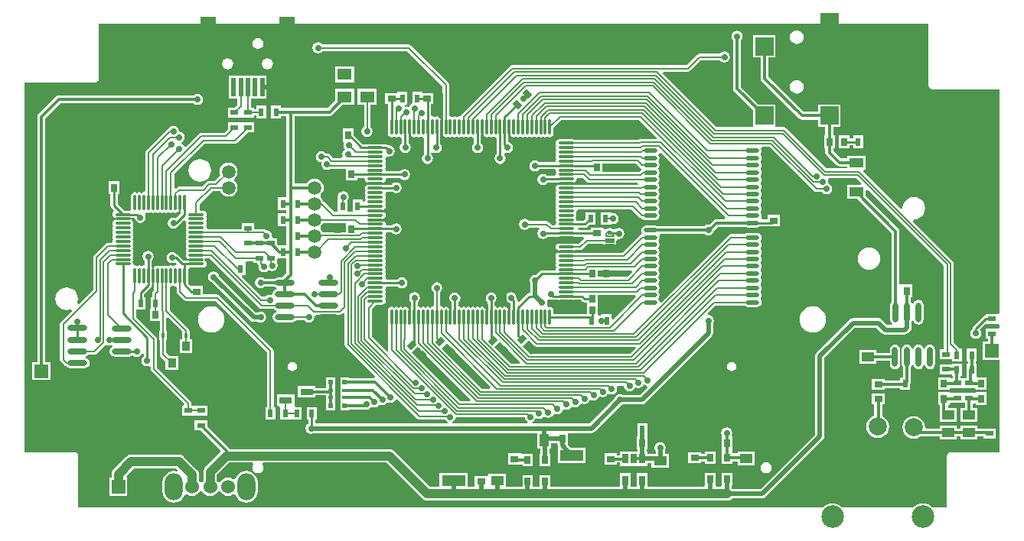
<source format=gbl>
%FSLAX25Y25*%
%MOIN*%
G70*
G01*
G75*
G04 Layer_Physical_Order=2*
G04 Layer_Color=16711680*
%ADD10C,0.02362*%
%ADD11C,0.02063*%
%ADD12R,0.01969X0.07874*%
%ADD13C,0.00984*%
%ADD14C,0.01000*%
%ADD15C,0.00787*%
%ADD16C,0.01969*%
%ADD17C,0.01378*%
%ADD18C,0.01181*%
%ADD19C,0.06000*%
%ADD20R,0.06000X0.06000*%
%ADD21C,0.05906*%
%ADD22R,0.05906X0.05906*%
%ADD23O,0.07874X0.11811*%
%ADD24C,0.09843*%
%ADD25C,0.07874*%
%ADD26R,0.05906X0.05906*%
%ADD27R,0.04724X0.06693*%
%ADD28C,0.02756*%
%ADD29C,0.02598*%
%ADD30R,0.03543X0.02362*%
%ADD31R,0.02756X0.03543*%
%ADD32R,0.02362X0.03543*%
%ADD33R,0.03543X0.02756*%
%ADD34R,0.05512X0.03937*%
G04:AMPARAMS|DCode=35|XSize=27.56mil|YSize=35.43mil|CornerRadius=0mil|HoleSize=0mil|Usage=FLASHONLY|Rotation=315.000|XOffset=0mil|YOffset=0mil|HoleType=Round|Shape=Rectangle|*
%AMROTATEDRECTD35*
4,1,4,-0.02227,-0.00278,0.00278,0.02227,0.02227,0.00278,-0.00278,-0.02227,-0.02227,-0.00278,0.0*
%
%ADD35ROTATEDRECTD35*%

%ADD36R,0.10236X0.04724*%
%ADD37R,0.02559X0.03543*%
%ADD38R,0.03937X0.05512*%
G04:AMPARAMS|DCode=39|XSize=27.56mil|YSize=35.43mil|CornerRadius=0mil|HoleSize=0mil|Usage=FLASHONLY|Rotation=45.000|XOffset=0mil|YOffset=0mil|HoleType=Round|Shape=Rectangle|*
%AMROTATEDRECTD39*
4,1,4,0.00278,-0.02227,-0.02227,0.00278,-0.00278,0.02227,0.02227,-0.00278,0.00278,-0.02227,0.0*
%
%ADD39ROTATEDRECTD39*%

%ADD40R,0.01575X0.02362*%
%ADD41R,0.02362X0.01575*%
%ADD42R,0.03937X0.00787*%
%ADD43R,0.03937X0.01969*%
%ADD44R,0.06299X0.05118*%
%ADD45R,0.03543X0.03937*%
%ADD46O,0.08661X0.02362*%
%ADD47O,0.01181X0.07087*%
%ADD48O,0.07087X0.01181*%
%ADD49O,0.05906X0.01969*%
%ADD50R,0.16929X0.16929*%
%ADD51R,0.02559X0.04331*%
%ADD52O,0.02362X0.08661*%
%ADD53R,0.01969X0.01969*%
%ADD54R,0.01969X0.01575*%
%ADD55R,0.05709X0.03150*%
%ADD56R,0.07087X0.09843*%
%ADD57R,0.01969X0.07874*%
%ADD58R,0.07874X0.07874*%
%ADD59R,0.06299X0.03937*%
%ADD60C,0.03937*%
G36*
X595894Y486000D02*
X596017Y485386D01*
X596365Y484865D01*
X596885Y484517D01*
X597500Y484394D01*
X626894D01*
Y386775D01*
X626256Y386415D01*
X626107Y386415D01*
X620744D01*
Y385754D01*
X620174Y385641D01*
X619686Y385314D01*
X615436Y381064D01*
X615109Y380576D01*
X614995Y380000D01*
Y379835D01*
X614797Y379703D01*
X614275Y378922D01*
X614091Y378000D01*
X614275Y377078D01*
X614797Y376297D01*
X615578Y375775D01*
X616500Y375591D01*
X617422Y375775D01*
X618203Y376297D01*
X618725Y377078D01*
X618909Y378000D01*
X618725Y378922D01*
X618255Y379626D01*
X620208Y381579D01*
X620744Y382085D01*
Y382085D01*
X620744Y382085D01*
X626107D01*
X626256Y382085D01*
X626894Y381725D01*
Y380275D01*
X626256Y379915D01*
Y379915D01*
X620744D01*
Y375585D01*
X621894D01*
Y374421D01*
X619516D01*
Y366453D01*
X626894D01*
Y326106D01*
X605500D01*
X604885Y325983D01*
X604365Y325635D01*
X604017Y325114D01*
X603894Y324500D01*
Y302106D01*
X597560D01*
X596699Y302812D01*
X595673Y303360D01*
X594560Y303698D01*
X593402Y303812D01*
X592245Y303698D01*
X591131Y303360D01*
X590106Y302812D01*
X589245Y302106D01*
X558190D01*
X557329Y302812D01*
X556303Y303360D01*
X555190Y303698D01*
X554032Y303812D01*
X552875Y303698D01*
X551761Y303360D01*
X550736Y302812D01*
X549875Y302106D01*
X225606D01*
Y324500D01*
X225483Y325114D01*
X225135Y325635D01*
X224615Y325983D01*
X224000Y326106D01*
X202106D01*
Y487394D01*
X233000D01*
X233614Y487517D01*
X234135Y487865D01*
X234483Y488385D01*
X234606Y489000D01*
Y512894D01*
X595894D01*
Y486000D01*
D02*
G37*
%LPC*%
G36*
X318831Y365476D02*
X318063Y365323D01*
X317411Y364888D01*
X316976Y364237D01*
X316824Y363469D01*
X316976Y362701D01*
X317411Y362049D01*
X318063Y361614D01*
X318831Y361461D01*
X319599Y361614D01*
X320250Y362049D01*
X320685Y362701D01*
X320838Y363469D01*
X320685Y364237D01*
X320250Y364888D01*
X319599Y365323D01*
X318831Y365476D01*
D02*
G37*
G36*
X510169Y365476D02*
X509401Y365323D01*
X508750Y364888D01*
X508315Y364237D01*
X508162Y363469D01*
X508315Y362701D01*
X508750Y362049D01*
X509401Y361614D01*
X510169Y361461D01*
X510937Y361614D01*
X511588Y362049D01*
X512024Y362701D01*
X512176Y363469D01*
X512024Y364237D01*
X511588Y364888D01*
X510937Y365323D01*
X510169Y365476D01*
D02*
G37*
G36*
X337319Y358587D02*
X333382D01*
Y354650D01*
Y354106D01*
X328965D01*
Y355059D01*
X321287D01*
Y349941D01*
X328965D01*
Y350894D01*
X333382D01*
Y348153D01*
Y344413D01*
X337319D01*
Y348153D01*
Y351303D01*
Y354650D01*
Y358587D01*
D02*
G37*
G36*
X616915Y371256D02*
X612585D01*
Y365744D01*
X613044D01*
Y364756D01*
X612585D01*
Y362204D01*
X612544Y362000D01*
Y358415D01*
X609956D01*
Y359244D01*
X610415D01*
Y364756D01*
X606085D01*
Y364415D01*
X600744D01*
Y360085D01*
X606085D01*
Y359244D01*
X606544D01*
Y358415D01*
X605744D01*
X605744Y358415D01*
Y358415D01*
X605744Y358415D01*
X605012Y358548D01*
Y358756D01*
X600287D01*
Y353244D01*
X605012D01*
Y353952D01*
X605744Y354085D01*
X605744Y354085D01*
X605744Y354085D01*
X616256D01*
X616488Y353394D01*
Y353244D01*
X621213D01*
Y358756D01*
X617500D01*
X616915Y359244D01*
X616915Y359366D01*
Y364756D01*
X616456D01*
Y365744D01*
X616915D01*
Y371256D01*
D02*
G37*
G36*
X581284Y373015D02*
X580439Y372847D01*
X579722Y372368D01*
X579244Y371652D01*
X579076Y370807D01*
Y369363D01*
X573240D01*
Y370516D01*
X565760D01*
Y364610D01*
X573240D01*
Y365951D01*
X579076D01*
Y364508D01*
X579244Y363663D01*
X579722Y362947D01*
X580439Y362468D01*
X581284Y362300D01*
X582128Y362468D01*
X582845Y362947D01*
X583323Y363663D01*
X583491Y364508D01*
Y370807D01*
X583323Y371652D01*
X582845Y372368D01*
X582128Y372847D01*
X581284Y373015D01*
D02*
G37*
G36*
X545500Y389758D02*
X544010Y389562D01*
X542621Y388986D01*
X541429Y388071D01*
X540514Y386879D01*
X539938Y385490D01*
X539742Y384000D01*
X539938Y382510D01*
X540514Y381121D01*
X541429Y379928D01*
X542621Y379013D01*
X544010Y378438D01*
X545500Y378242D01*
X546990Y378438D01*
X548379Y379013D01*
X549572Y379928D01*
X550487Y381121D01*
X551062Y382510D01*
X551258Y384000D01*
X551062Y385490D01*
X550487Y386879D01*
X549572Y388071D01*
X548379Y388986D01*
X546990Y389562D01*
X545500Y389758D01*
D02*
G37*
G36*
X284500Y404909D02*
X283578Y404725D01*
X282797Y404203D01*
X282275Y403422D01*
X282091Y402500D01*
X282275Y401578D01*
X282797Y400797D01*
X283578Y400275D01*
X283963Y400198D01*
X300581Y383581D01*
X301232Y383146D01*
X302000Y382993D01*
X303752D01*
X304078Y382775D01*
X305000Y382592D01*
X305922Y382775D01*
X306703Y383297D01*
X307225Y384078D01*
X307408Y385000D01*
X307225Y385922D01*
X306703Y386703D01*
X305922Y387225D01*
X305000Y387408D01*
X304078Y387225D01*
X303752Y387007D01*
X302831D01*
X286802Y403037D01*
X286725Y403422D01*
X286203Y404203D01*
X285422Y404725D01*
X284500Y404909D01*
D02*
G37*
G36*
X596500Y373015D02*
X595655Y372847D01*
X594939Y372368D01*
X594460Y371652D01*
X594401Y371356D01*
X593599D01*
X593540Y371652D01*
X593061Y372368D01*
X592345Y372847D01*
X591500Y373015D01*
X590655Y372847D01*
X589939Y372368D01*
X589460Y371652D01*
X589401Y371356D01*
X588599D01*
X588540Y371652D01*
X588061Y372368D01*
X587345Y372847D01*
X586500Y373015D01*
X585655Y372847D01*
X584939Y372368D01*
X584460Y371652D01*
X584292Y370807D01*
Y364508D01*
X584460Y363663D01*
X584794Y363163D01*
Y358756D01*
X583585D01*
Y357356D01*
X576756D01*
Y358012D01*
X571244D01*
Y353287D01*
X576756D01*
Y353944D01*
X583585D01*
Y353244D01*
X587915D01*
Y355856D01*
X588076Y356097D01*
X588206Y356750D01*
Y363163D01*
X588540Y363663D01*
X588599Y363959D01*
X589401D01*
X589460Y363663D01*
X589939Y362947D01*
X590655Y362468D01*
X591500Y362300D01*
X592345Y362468D01*
X593061Y362947D01*
X593540Y363663D01*
X593599Y363959D01*
X594401D01*
X594460Y363663D01*
X594939Y362947D01*
X595655Y362468D01*
X596500Y362300D01*
X597345Y362468D01*
X598061Y362947D01*
X598540Y363663D01*
X598708Y364508D01*
Y370807D01*
X598540Y371652D01*
X598061Y372368D01*
X597345Y372847D01*
X596500Y373015D01*
D02*
G37*
G36*
X283500Y389758D02*
X282010Y389562D01*
X280621Y388986D01*
X279429Y388071D01*
X278514Y386879D01*
X277938Y385490D01*
X277742Y384000D01*
X277938Y382510D01*
X278514Y381121D01*
X279429Y379928D01*
X280621Y379013D01*
X282010Y378438D01*
X283500Y378242D01*
X284990Y378438D01*
X286379Y379013D01*
X287572Y379928D01*
X288487Y381121D01*
X289062Y382510D01*
X289258Y384000D01*
X289062Y385490D01*
X288487Y386879D01*
X287572Y388071D01*
X286379Y388986D01*
X284990Y389562D01*
X283500Y389758D01*
D02*
G37*
G36*
X508000Y336909D02*
X507078Y336725D01*
X506297Y336203D01*
X505775Y335422D01*
X505591Y334500D01*
X505775Y333578D01*
X505798Y333543D01*
X505787Y332756D01*
X505787Y332756D01*
X505787Y332756D01*
Y327244D01*
X505919D01*
X505976Y326480D01*
X505976Y326480D01*
X505976Y326480D01*
Y320969D01*
X510504D01*
Y322109D01*
X512760D01*
Y320484D01*
X520240D01*
Y326390D01*
X512760D01*
Y325521D01*
X510504D01*
Y326480D01*
X510504Y326480D01*
D01*
X510512Y327244D01*
X510512D01*
X510512Y327264D01*
Y332756D01*
X510512D01*
X510202Y333543D01*
X510225Y333578D01*
X510408Y334500D01*
X510225Y335422D01*
X509703Y336203D01*
X508922Y336725D01*
X508000Y336909D01*
D02*
G37*
G36*
X473415Y338756D02*
X469085D01*
Y333244D01*
X468787Y332756D01*
X468787D01*
Y327244D01*
X469243D01*
Y326374D01*
X461496D01*
Y324755D01*
X460256D01*
Y325512D01*
X454744D01*
Y320787D01*
X460256D01*
Y321544D01*
X461496D01*
Y320075D01*
X473504D01*
Y321217D01*
X475260D01*
Y319484D01*
X482740D01*
Y325390D01*
X481007D01*
Y326752D01*
X481225Y327078D01*
X481409Y328000D01*
X481225Y328922D01*
X480703Y329703D01*
X479922Y330225D01*
X479000Y330409D01*
X478078Y330225D01*
X477297Y329703D01*
X476775Y328922D01*
X476591Y328000D01*
X476775Y327078D01*
X476993Y326752D01*
Y325390D01*
X475260D01*
Y325232D01*
X473504D01*
Y326374D01*
X473257D01*
Y327244D01*
X473512D01*
Y332497D01*
X473512Y332756D01*
X473512D01*
X473512Y332756D01*
X473512D01*
X473415Y333244D01*
Y333244D01*
X473415D01*
X473415Y333244D01*
Y338756D01*
D02*
G37*
G36*
X525130Y321782D02*
X524208Y321599D01*
X523427Y321077D01*
X522905Y320296D01*
X522721Y319374D01*
X522905Y318452D01*
X523427Y317671D01*
X524208Y317149D01*
X525130Y316966D01*
X526052Y317149D01*
X526833Y317671D01*
X527355Y318452D01*
X527538Y319374D01*
X527355Y320296D01*
X526833Y321077D01*
X526052Y321599D01*
X525130Y321782D01*
D02*
G37*
G36*
X418256Y325512D02*
X418222Y325512D01*
X412744D01*
Y320787D01*
X418256D01*
X418256Y320787D01*
Y320787D01*
X418996Y320673D01*
Y319969D01*
X423524D01*
Y325480D01*
X418996D01*
X418996Y325480D01*
D01*
X418996D01*
X418256Y325512D01*
D02*
G37*
G36*
X503024Y326480D02*
X498496D01*
Y325330D01*
X496756D01*
Y326012D01*
X491244D01*
Y321287D01*
X496756D01*
Y322119D01*
X498496D01*
Y320969D01*
X503024D01*
Y326480D01*
D02*
G37*
G36*
X319713Y351319D02*
X312035D01*
Y346201D01*
X312982D01*
X313585Y345756D01*
Y340244D01*
X317915D01*
Y340244D01*
X318585D01*
Y340244D01*
X322915D01*
Y345756D01*
X320316D01*
X319713Y346201D01*
Y351319D01*
D02*
G37*
G36*
X616488Y352256D02*
X616256Y351915D01*
X605744D01*
X605744Y351915D01*
Y351915D01*
X605744Y351915D01*
X605012Y352048D01*
Y352256D01*
X600287D01*
Y346744D01*
X600944D01*
Y345390D01*
X600760D01*
Y339484D01*
X608240D01*
Y345390D01*
X604356D01*
Y346744D01*
X605012D01*
Y347452D01*
X605744Y347585D01*
X605744Y347585D01*
X605744Y347585D01*
X611794D01*
Y345390D01*
X609760D01*
Y339484D01*
X617240D01*
Y345390D01*
X615206D01*
Y347028D01*
X615510Y347332D01*
X616388Y347192D01*
X616488Y346894D01*
Y346744D01*
X621213D01*
Y352256D01*
X616488D01*
Y352256D01*
D02*
G37*
G36*
X589465Y341818D02*
X588181Y341649D01*
X586983Y341153D01*
X585955Y340364D01*
X585167Y339336D01*
X584671Y338139D01*
X584502Y336854D01*
X584671Y335570D01*
X585167Y334372D01*
X585955Y333344D01*
X586983Y332556D01*
X588181Y332060D01*
X589465Y331891D01*
X590750Y332060D01*
X591947Y332556D01*
X592340Y332857D01*
X600760D01*
Y331610D01*
X608240D01*
Y332857D01*
X609760D01*
Y331610D01*
X617240D01*
Y332857D01*
X619744D01*
Y332085D01*
X625256D01*
Y336415D01*
X619744D01*
Y336269D01*
X617240D01*
Y337516D01*
X609760D01*
Y336269D01*
X608240D01*
Y337516D01*
X600760D01*
Y336269D01*
X594942D01*
X594429Y336854D01*
X594260Y338139D01*
X593764Y339336D01*
X592975Y340364D01*
X591947Y341153D01*
X590750Y341649D01*
X589465Y341818D01*
D02*
G37*
G36*
X576756Y351713D02*
X571244D01*
Y346988D01*
X572294D01*
Y341985D01*
X571236Y341547D01*
X570208Y340758D01*
X569419Y339730D01*
X568923Y338533D01*
X568754Y337248D01*
X568923Y335963D01*
X569419Y334766D01*
X570208Y333738D01*
X571236Y332949D01*
X572433Y332453D01*
X573717Y332284D01*
X575002Y332453D01*
X576199Y332949D01*
X577227Y333738D01*
X578016Y334766D01*
X578512Y335963D01*
X578681Y337248D01*
X578512Y338533D01*
X578016Y339730D01*
X577227Y340758D01*
X576199Y341547D01*
X575706Y341751D01*
Y346988D01*
X576756D01*
Y351713D01*
D02*
G37*
G36*
X307500Y490500D02*
X291346D01*
X291232Y490386D01*
Y480543D01*
X291276Y480500D01*
X294945D01*
Y477682D01*
X293678Y476415D01*
X290744D01*
Y472085D01*
X295957D01*
X296256Y472085D01*
X296256Y472085D01*
X296744D01*
Y472085D01*
X296744Y472085D01*
X302256D01*
Y472845D01*
X303085D01*
Y471744D01*
X307415D01*
Y477256D01*
X303085D01*
Y475655D01*
X302256D01*
Y476415D01*
X300905D01*
Y480500D01*
X307500D01*
Y490500D01*
D02*
G37*
G36*
X277500Y482409D02*
X276578Y482225D01*
X275801Y481706D01*
X217000D01*
X216347Y481576D01*
X215794Y481206D01*
X208294Y473706D01*
X207924Y473153D01*
X207794Y472500D01*
Y365437D01*
X205563D01*
Y357563D01*
X213437D01*
Y365437D01*
X211206D01*
Y471793D01*
X217707Y478294D01*
X275801D01*
X276578Y477775D01*
X277500Y477592D01*
X278422Y477775D01*
X279203Y478297D01*
X279725Y479078D01*
X279908Y480000D01*
X279725Y480922D01*
X279203Y481703D01*
X278422Y482225D01*
X277500Y482409D01*
D02*
G37*
G36*
X538500Y488423D02*
X537729Y488322D01*
X537011Y488024D01*
X536394Y487551D01*
X535921Y486934D01*
X535623Y486216D01*
X535522Y485445D01*
X535623Y484674D01*
X535921Y483956D01*
X536394Y483339D01*
X537011Y482866D01*
X537729Y482568D01*
X538500Y482467D01*
X539271Y482568D01*
X539989Y482866D01*
X540606Y483339D01*
X541079Y483956D01*
X541377Y484674D01*
X541478Y485445D01*
X541377Y486216D01*
X541079Y486934D01*
X540606Y487551D01*
X539989Y488024D01*
X539271Y488322D01*
X538500Y488423D01*
D02*
G37*
G36*
X278500Y453964D02*
X277215Y453795D01*
X276018Y453299D01*
X274990Y452510D01*
X274201Y451482D01*
X273705Y450285D01*
X273536Y449000D01*
X273705Y447715D01*
X274201Y446518D01*
X274990Y445490D01*
X276018Y444701D01*
X277215Y444205D01*
X278500Y444036D01*
X279785Y444205D01*
X280982Y444701D01*
X282010Y445490D01*
X282799Y446518D01*
X283295Y447715D01*
X283464Y449000D01*
X283295Y450285D01*
X282799Y451482D01*
X282010Y452510D01*
X280982Y453299D01*
X279785Y453795D01*
X278500Y453964D01*
D02*
G37*
G36*
X567415Y464256D02*
X563085D01*
Y463013D01*
X561512D01*
Y464256D01*
X556787D01*
Y458744D01*
X561512D01*
Y459987D01*
X563085D01*
Y458744D01*
X567415D01*
Y464256D01*
D02*
G37*
G36*
X355555Y484622D02*
X347287D01*
Y477535D01*
X350016D01*
Y467955D01*
X349640Y467703D01*
X349117Y466922D01*
X348934Y466000D01*
X349117Y465078D01*
X349640Y464297D01*
X350421Y463775D01*
X351343Y463591D01*
X352264Y463775D01*
X353046Y464297D01*
X353568Y465078D01*
X353751Y466000D01*
X353568Y466922D01*
X353046Y467703D01*
X352826Y467850D01*
Y477535D01*
X355555D01*
Y484622D01*
D02*
G37*
G36*
X512500Y509908D02*
X511578Y509725D01*
X510797Y509203D01*
X510275Y508422D01*
X510091Y507500D01*
X510275Y506578D01*
X510794Y505801D01*
Y484673D01*
X510924Y484020D01*
X511294Y483467D01*
X519406Y475355D01*
Y468692D01*
X519406Y467925D01*
X518626Y467905D01*
X503582D01*
X480119Y491368D01*
X480421Y492095D01*
X491000D01*
X491538Y492202D01*
X491994Y492507D01*
X496582Y497095D01*
X505098D01*
X505297Y496797D01*
X506078Y496275D01*
X507000Y496092D01*
X507922Y496275D01*
X508703Y496797D01*
X509225Y497578D01*
X509409Y498500D01*
X509225Y499422D01*
X508703Y500203D01*
X507922Y500725D01*
X507000Y500909D01*
X506078Y500725D01*
X505297Y500203D01*
X505098Y499905D01*
X496000D01*
X495462Y499798D01*
X495007Y499494D01*
X490418Y494905D01*
X414500D01*
X413962Y494798D01*
X413507Y494493D01*
X392507Y473493D01*
X392202Y473038D01*
X392095Y472500D01*
X392086Y472493D01*
X391579Y472594D01*
X390964Y472472D01*
X390595Y472225D01*
X390225Y472472D01*
X389610Y472594D01*
X388996Y472472D01*
X388626Y472225D01*
X388256Y472472D01*
X387642Y472594D01*
X387078Y473056D01*
Y486327D01*
X386971Y486864D01*
X386667Y487320D01*
X370493Y503493D01*
X370038Y503798D01*
X369500Y503905D01*
X331902D01*
X331703Y504203D01*
X330922Y504725D01*
X330000Y504909D01*
X329078Y504725D01*
X328297Y504203D01*
X327775Y503422D01*
X327591Y502500D01*
X327775Y501578D01*
X328297Y500797D01*
X329078Y500275D01*
X330000Y500092D01*
X330922Y500275D01*
X331703Y500797D01*
X331902Y501095D01*
X368918D01*
X384268Y485745D01*
Y471720D01*
X384190Y471603D01*
X384106Y471182D01*
X383303D01*
X383220Y471603D01*
X382872Y472123D01*
X382351Y472472D01*
X381736Y472594D01*
X381122Y472472D01*
X380752Y472225D01*
X380382Y472472D01*
X379768Y472594D01*
X379313Y472967D01*
Y477988D01*
X380256D01*
Y482713D01*
X375415D01*
Y483256D01*
X371085D01*
Y478226D01*
X371078Y478225D01*
X370297Y477703D01*
X369775Y476922D01*
X369764Y476867D01*
X369422Y476725D01*
X368500Y476908D01*
X368018Y476813D01*
X367911Y476957D01*
X368307Y477744D01*
X368915D01*
Y483256D01*
X364585D01*
Y482713D01*
X359244D01*
Y477988D01*
X360538D01*
Y471452D01*
X360445Y470988D01*
Y465083D01*
X360568Y464468D01*
X360916Y463947D01*
X361437Y463599D01*
X362051Y463477D01*
X362666Y463599D01*
X363035Y463846D01*
X363405Y463599D01*
X364020Y463477D01*
X364634Y463599D01*
X365004Y463846D01*
X365374Y463599D01*
X365988Y463477D01*
X366443Y463103D01*
Y460801D01*
X366297Y460703D01*
X365775Y459922D01*
X365592Y459000D01*
X365775Y458078D01*
X366297Y457297D01*
X367078Y456775D01*
X368000Y456592D01*
X368922Y456775D01*
X369703Y457297D01*
X370225Y458078D01*
X370409Y459000D01*
X370225Y459922D01*
X369703Y460703D01*
X369470Y460859D01*
Y464618D01*
X369524Y464889D01*
X370327D01*
X370410Y464468D01*
X370758Y463947D01*
X371279Y463599D01*
X371894Y463477D01*
X372508Y463599D01*
X372878Y463846D01*
X373248Y463599D01*
X373862Y463477D01*
X374477Y463599D01*
X374847Y463846D01*
X375216Y463599D01*
X375831Y463477D01*
X376286Y463103D01*
Y456098D01*
X376002Y455908D01*
X375480Y455126D01*
X375296Y454205D01*
X375480Y453283D01*
X376002Y452502D01*
X376783Y451980D01*
X377705Y451796D01*
X378626Y451980D01*
X379408Y452502D01*
X379930Y453283D01*
X380113Y454205D01*
X379930Y455126D01*
X379408Y455908D01*
X379313Y455971D01*
Y456740D01*
X380100Y457122D01*
X380578Y456802D01*
X381500Y456619D01*
X382422Y456802D01*
X383203Y457325D01*
X383725Y458106D01*
X383909Y459028D01*
X383725Y459949D01*
X383249Y460661D01*
Y464618D01*
X383303Y464889D01*
X384106D01*
X384190Y464468D01*
X384538Y463947D01*
X385059Y463599D01*
X385673Y463477D01*
X386288Y463599D01*
X386658Y463846D01*
X387027Y463599D01*
X387642Y463477D01*
X388256Y463599D01*
X388626Y463846D01*
X388996Y463599D01*
X389610Y463477D01*
X390225Y463599D01*
X390595Y463846D01*
X390964Y463599D01*
X391579Y463477D01*
X392193Y463599D01*
X392563Y463846D01*
X392933Y463599D01*
X393547Y463477D01*
X394162Y463599D01*
X394531Y463846D01*
X394901Y463599D01*
X395516Y463477D01*
X396130Y463599D01*
X396500Y463846D01*
X396870Y463599D01*
X397484Y463477D01*
X397939Y463103D01*
Y460798D01*
X397797Y460703D01*
X397275Y459922D01*
X397092Y459000D01*
X397275Y458078D01*
X397797Y457297D01*
X398578Y456775D01*
X399500Y456592D01*
X400422Y456775D01*
X401203Y457297D01*
X401725Y458078D01*
X401908Y459000D01*
X401725Y459922D01*
X401203Y460703D01*
X400966Y460861D01*
Y464618D01*
X401020Y464889D01*
X401823D01*
X401906Y464468D01*
X402254Y463947D01*
X402775Y463599D01*
X403390Y463477D01*
X404004Y463599D01*
X404374Y463846D01*
X404744Y463599D01*
X405358Y463477D01*
X405973Y463599D01*
X406343Y463846D01*
X406712Y463599D01*
X407327Y463477D01*
X407782Y463103D01*
Y456035D01*
X407592Y455908D01*
X407070Y455126D01*
X406887Y454205D01*
X407070Y453283D01*
X407592Y452502D01*
X408374Y451980D01*
X409295Y451796D01*
X410217Y451980D01*
X410998Y452502D01*
X411520Y453283D01*
X411704Y454205D01*
X411520Y455126D01*
X411102Y455752D01*
X411138Y456135D01*
X411231Y456263D01*
X411839Y456723D01*
X412500Y456592D01*
X413422Y456775D01*
X414203Y457297D01*
X414725Y458078D01*
X414909Y459000D01*
X414725Y459922D01*
X414203Y460703D01*
X413422Y461225D01*
X412777Y461353D01*
Y464618D01*
X412831Y464889D01*
X413634D01*
X413717Y464468D01*
X414065Y463947D01*
X414586Y463599D01*
X415201Y463477D01*
X415815Y463599D01*
X416185Y463846D01*
X416555Y463599D01*
X417169Y463477D01*
X417784Y463599D01*
X418153Y463846D01*
X418523Y463599D01*
X419138Y463477D01*
X419752Y463599D01*
X420122Y463846D01*
X420492Y463599D01*
X421106Y463477D01*
X421721Y463599D01*
X422091Y463846D01*
X422460Y463599D01*
X423075Y463477D01*
X423689Y463599D01*
X424059Y463846D01*
X424429Y463599D01*
X425043Y463477D01*
X425658Y463599D01*
X426028Y463846D01*
X426397Y463599D01*
X427012Y463477D01*
X427626Y463599D01*
X427996Y463846D01*
X428366Y463599D01*
X428980Y463477D01*
X429595Y463599D01*
X429965Y463846D01*
X430334Y463599D01*
X430949Y463477D01*
X431563Y463599D01*
X432084Y463947D01*
X432432Y464468D01*
X432554Y465083D01*
Y467654D01*
X435995Y471095D01*
X469918D01*
X477644Y463369D01*
X477343Y462641D01*
X470470D01*
X469932Y462534D01*
X469662Y462354D01*
X441720D01*
X441603Y462432D01*
X440988Y462555D01*
X435083D01*
X434468Y462432D01*
X433947Y462084D01*
X433599Y461563D01*
X433477Y460949D01*
X433599Y460334D01*
X433846Y459965D01*
X433599Y459595D01*
X433477Y458980D01*
X433599Y458366D01*
X433846Y457996D01*
X433599Y457626D01*
X433477Y457012D01*
X433599Y456397D01*
X433846Y456028D01*
X433599Y455658D01*
X433477Y455043D01*
X433599Y454429D01*
X433846Y454059D01*
X433599Y453689D01*
X433477Y453075D01*
X433104Y452620D01*
X426259D01*
X426203Y452703D01*
X425422Y453225D01*
X424500Y453408D01*
X423578Y453225D01*
X422797Y452703D01*
X422275Y451922D01*
X422091Y451000D01*
X422275Y450078D01*
X422797Y449297D01*
X423578Y448775D01*
X424500Y448592D01*
X425422Y448775D01*
X426203Y449297D01*
X426401Y449593D01*
X433104D01*
X433477Y449138D01*
X433599Y448523D01*
X433846Y448153D01*
X433599Y447784D01*
X433477Y447169D01*
X433104Y446714D01*
X429686D01*
X428922Y447225D01*
X428000Y447408D01*
X427078Y447225D01*
X426297Y446703D01*
X425775Y445922D01*
X425592Y445000D01*
X425775Y444078D01*
X426297Y443297D01*
X427078Y442775D01*
X428000Y442591D01*
X428922Y442775D01*
X429703Y443297D01*
X429964Y443687D01*
X434619D01*
X434889Y443634D01*
Y442831D01*
X434468Y442747D01*
X433947Y442399D01*
X433599Y441878D01*
X433477Y441264D01*
X433599Y440649D01*
X433846Y440279D01*
X433599Y439910D01*
X433477Y439295D01*
X433599Y438681D01*
X433846Y438311D01*
X433599Y437941D01*
X433477Y437327D01*
X433599Y436712D01*
X433846Y436342D01*
X433599Y435973D01*
X433477Y435358D01*
X433599Y434744D01*
X433846Y434374D01*
X433599Y434004D01*
X433477Y433390D01*
X433599Y432775D01*
X433846Y432406D01*
X433599Y432036D01*
X433477Y431421D01*
X433599Y430807D01*
X433846Y430437D01*
X433599Y430067D01*
X433477Y429453D01*
X433599Y428838D01*
X433846Y428469D01*
X433599Y428099D01*
X433477Y427484D01*
X433599Y426870D01*
X433846Y426500D01*
X433599Y426130D01*
X433477Y425516D01*
X433014Y424952D01*
X432035D01*
X430493Y426494D01*
X430038Y426798D01*
X429500Y426905D01*
X421902D01*
X421703Y427203D01*
X420922Y427725D01*
X420000Y427909D01*
X419078Y427725D01*
X418297Y427203D01*
X417775Y426422D01*
X417591Y425500D01*
X417775Y424578D01*
X418297Y423797D01*
X419078Y423275D01*
X420000Y423092D01*
X420922Y423275D01*
X421703Y423797D01*
X421902Y424095D01*
X426215D01*
X426453Y423308D01*
X426297Y423203D01*
X425775Y422422D01*
X425592Y421500D01*
X425775Y420578D01*
X426297Y419797D01*
X427078Y419275D01*
X428000Y419092D01*
X428922Y419275D01*
X429703Y419797D01*
X429882Y420065D01*
X434619D01*
X435083Y419973D01*
X440988D01*
X441452Y420065D01*
X445486D01*
X445791Y419278D01*
X443591Y417078D01*
X441720D01*
X441603Y417157D01*
X440988Y417279D01*
X435083D01*
X434468Y417157D01*
X433947Y416809D01*
X433599Y416288D01*
X433477Y415673D01*
X433599Y415059D01*
X433947Y414538D01*
X434468Y414190D01*
X434889Y414106D01*
Y413303D01*
X434468Y413220D01*
X433947Y412872D01*
X433599Y412351D01*
X433477Y411736D01*
X433599Y411122D01*
X433846Y410752D01*
X433599Y410382D01*
X433477Y409768D01*
X433599Y409153D01*
X433846Y408783D01*
X433599Y408414D01*
X433477Y407799D01*
X433599Y407185D01*
X433846Y406815D01*
X433599Y406445D01*
X433477Y405831D01*
X433104Y405375D01*
X427500D01*
X426921Y405260D01*
X426430Y404932D01*
X426430Y404932D01*
X424862Y403364D01*
X424638Y403408D01*
X423716Y403225D01*
X422935Y402703D01*
X422413Y401922D01*
X422229Y401000D01*
X422413Y400078D01*
X422631Y399752D01*
Y395967D01*
X422000Y395513D01*
X421421Y395398D01*
X421258Y395289D01*
X420930Y395070D01*
X420930Y395070D01*
X417442Y391582D01*
X416714Y391883D01*
Y392299D01*
X416599Y392878D01*
X416357Y393241D01*
X416408Y393500D01*
X416225Y394422D01*
X415703Y395203D01*
X414922Y395725D01*
X414000Y395908D01*
X413078Y395725D01*
X412297Y395203D01*
X411775Y394422D01*
X411591Y393500D01*
X411775Y392578D01*
X412297Y391797D01*
X413078Y391275D01*
X413688Y391154D01*
Y388381D01*
X413634Y388111D01*
X412831D01*
X412747Y388532D01*
X412399Y389053D01*
X411878Y389401D01*
X411264Y389523D01*
X410649Y389401D01*
X410280Y389154D01*
X409910Y389401D01*
X409295Y389523D01*
X408681Y389401D01*
X408311Y389154D01*
X407941Y389401D01*
X407327Y389523D01*
X406872Y389896D01*
Y391529D01*
X407061Y391655D01*
X407583Y392437D01*
X407767Y393358D01*
X407583Y394280D01*
X407061Y395061D01*
X406280Y395583D01*
X405358Y395767D01*
X404437Y395583D01*
X403655Y395061D01*
X403133Y394280D01*
X402950Y393358D01*
X403133Y392437D01*
X403655Y391655D01*
X403845Y391529D01*
Y388381D01*
X403791Y388111D01*
X402988D01*
X402905Y388532D01*
X402557Y389053D01*
X402036Y389401D01*
X401421Y389523D01*
X400807Y389401D01*
X400437Y389154D01*
X400067Y389401D01*
X399453Y389523D01*
X398838Y389401D01*
X398468Y389154D01*
X398099Y389401D01*
X397484Y389523D01*
X396870Y389401D01*
X396500Y389154D01*
X396130Y389401D01*
X395516Y389523D01*
X394901Y389401D01*
X394531Y389154D01*
X394162Y389401D01*
X393547Y389523D01*
X392933Y389401D01*
X392563Y389154D01*
X392193Y389401D01*
X391579Y389523D01*
X391124Y389896D01*
Y391560D01*
X391313Y391687D01*
X391835Y392468D01*
X392019Y393390D01*
X391835Y394311D01*
X391313Y395093D01*
X390532Y395615D01*
X389610Y395798D01*
X388688Y395615D01*
X387907Y395093D01*
X387385Y394311D01*
X387202Y393390D01*
X387385Y392468D01*
X387907Y391687D01*
X388097Y391560D01*
Y388381D01*
X388043Y388111D01*
X387240D01*
X387157Y388532D01*
X386809Y389053D01*
X386288Y389401D01*
X385673Y389523D01*
X385059Y389401D01*
X384689Y389154D01*
X384319Y389401D01*
X383705Y389523D01*
X383141Y389985D01*
Y395862D01*
X383439Y396061D01*
X383961Y396842D01*
X384145Y397764D01*
X383961Y398686D01*
X383439Y399467D01*
X382658Y399989D01*
X381736Y400172D01*
X380815Y399989D01*
X380033Y399467D01*
X379511Y398686D01*
X379328Y397764D01*
X379511Y396842D01*
X380033Y396061D01*
X380331Y395862D01*
Y389985D01*
X379768Y389523D01*
X379153Y389401D01*
X378783Y389154D01*
X378414Y389401D01*
X377799Y389523D01*
X377185Y389401D01*
X376815Y389154D01*
X376445Y389401D01*
X375831Y389523D01*
X375216Y389401D01*
X374847Y389154D01*
X374477Y389401D01*
X373862Y389523D01*
X373407Y389896D01*
Y391599D01*
X373703Y391797D01*
X374225Y392578D01*
X374409Y393500D01*
X374225Y394422D01*
X373703Y395203D01*
X372922Y395725D01*
X372000Y395908D01*
X371078Y395725D01*
X370297Y395203D01*
X369775Y394422D01*
X369591Y393500D01*
X369775Y392578D01*
X370297Y391797D01*
X370380Y391741D01*
Y388381D01*
X370327Y388111D01*
X369524D01*
X369440Y388532D01*
X369092Y389053D01*
X368571Y389401D01*
X367957Y389523D01*
X367342Y389401D01*
X366972Y389154D01*
X366603Y389401D01*
X365988Y389523D01*
X365374Y389401D01*
X365004Y389154D01*
X364634Y389401D01*
X364020Y389523D01*
X363405Y389401D01*
X363035Y389154D01*
X362666Y389401D01*
X362051Y389523D01*
X361437Y389401D01*
X360916Y389053D01*
X360568Y388532D01*
X360445Y387917D01*
Y382012D01*
X360568Y381397D01*
X360646Y381280D01*
Y370603D01*
X360683Y370417D01*
X359957Y370029D01*
X353405Y376582D01*
Y388505D01*
X355346Y390445D01*
X357917D01*
X358532Y390568D01*
X359053Y390916D01*
X359401Y391437D01*
X359523Y392051D01*
X359401Y392666D01*
X359154Y393035D01*
X359401Y393405D01*
X359523Y394020D01*
X359401Y394634D01*
X359154Y395004D01*
X359401Y395374D01*
X359523Y395988D01*
X359401Y396603D01*
X359154Y396972D01*
X359401Y397342D01*
X359523Y397957D01*
X359896Y398412D01*
X364720D01*
X364797Y398297D01*
X365578Y397775D01*
X366500Y397591D01*
X367422Y397775D01*
X368203Y398297D01*
X368725Y399078D01*
X368909Y400000D01*
X368725Y400922D01*
X368203Y401703D01*
X367422Y402225D01*
X366500Y402409D01*
X365578Y402225D01*
X364797Y401703D01*
X364620Y401439D01*
X359896D01*
X359523Y401894D01*
X359401Y402508D01*
X359154Y402878D01*
X359401Y403248D01*
X359523Y403862D01*
X359401Y404477D01*
X359154Y404846D01*
X359401Y405216D01*
X359523Y405831D01*
X359401Y406445D01*
X359154Y406815D01*
X359401Y407185D01*
X359523Y407799D01*
X359401Y408414D01*
X359154Y408783D01*
X359401Y409153D01*
X359523Y409768D01*
X359401Y410382D01*
X359154Y410752D01*
X359401Y411122D01*
X359523Y411736D01*
X359401Y412351D01*
X359154Y412720D01*
X359401Y413090D01*
X359523Y413705D01*
X359401Y414319D01*
X359154Y414689D01*
X359401Y415059D01*
X359523Y415673D01*
X359401Y416288D01*
X359154Y416657D01*
X359401Y417027D01*
X359523Y417642D01*
X359401Y418256D01*
X359154Y418626D01*
X359401Y418996D01*
X359523Y419610D01*
X359401Y420225D01*
X359154Y420595D01*
X359401Y420964D01*
X359523Y421579D01*
X359896Y422034D01*
X362139D01*
X362297Y421797D01*
X363078Y421275D01*
X364000Y421092D01*
X364922Y421275D01*
X365703Y421797D01*
X366225Y422578D01*
X366408Y423500D01*
X366225Y424422D01*
X365703Y425203D01*
X364922Y425725D01*
X364000Y425909D01*
X363078Y425725D01*
X362297Y425203D01*
X362202Y425061D01*
X359896D01*
X359523Y425516D01*
X359401Y426130D01*
X359053Y426651D01*
X358532Y426999D01*
X358111Y427083D01*
Y427886D01*
X358532Y427969D01*
X359053Y428317D01*
X359401Y428838D01*
X359523Y429453D01*
X359401Y430067D01*
X359053Y430588D01*
X358532Y430936D01*
X358111Y431020D01*
Y431823D01*
X358532Y431906D01*
X359053Y432254D01*
X359401Y432775D01*
X359523Y433390D01*
X359401Y434004D01*
X359154Y434374D01*
X359401Y434744D01*
X359523Y435358D01*
X359401Y435973D01*
X359154Y436342D01*
X359401Y436712D01*
X359523Y437327D01*
X359401Y437941D01*
X359154Y438311D01*
X359401Y438681D01*
X359523Y439295D01*
X359896Y439750D01*
X362367D01*
X363078Y439275D01*
X364000Y439091D01*
X364922Y439275D01*
X365703Y439797D01*
X366225Y440578D01*
X366408Y441500D01*
X366225Y442422D01*
X365703Y443203D01*
X364922Y443725D01*
X364000Y443909D01*
X363078Y443725D01*
X362297Y443203D01*
X362012Y442777D01*
X358382D01*
X358111Y442831D01*
Y443634D01*
X358532Y443717D01*
X359053Y444065D01*
X359401Y444586D01*
X359523Y445201D01*
X359896Y445656D01*
X365840D01*
X365966Y445466D01*
X366748Y444944D01*
X367669Y444761D01*
X368591Y444944D01*
X369372Y445466D01*
X369894Y446248D01*
X370078Y447169D01*
X369894Y448091D01*
X369372Y448872D01*
X368591Y449394D01*
X367669Y449578D01*
X366748Y449394D01*
X365966Y448872D01*
X365840Y448683D01*
X359896D01*
X359523Y449138D01*
X359401Y449752D01*
X359154Y450122D01*
X359401Y450492D01*
X359523Y451106D01*
X359401Y451721D01*
X359154Y452091D01*
X359401Y452460D01*
X359523Y453075D01*
X359401Y453689D01*
X359154Y454059D01*
X359401Y454429D01*
X359462Y454739D01*
X359928Y455144D01*
X360288Y455233D01*
X361000Y455091D01*
X361922Y455275D01*
X362703Y455797D01*
X363225Y456578D01*
X363408Y457500D01*
X363225Y458422D01*
X362703Y459203D01*
X361922Y459725D01*
X361000Y459908D01*
X360776Y459864D01*
X360590Y460050D01*
X360099Y460378D01*
X360003Y460398D01*
X359520Y460494D01*
X359520Y460494D01*
X358382D01*
X357917Y460586D01*
X352012D01*
X351548Y460494D01*
X349497D01*
X345512Y464479D01*
Y467256D01*
X340787D01*
Y461744D01*
X340877D01*
X341298Y460957D01*
X341275Y460922D01*
X341091Y460000D01*
X341275Y459078D01*
X341797Y458297D01*
Y458037D01*
X341297Y457703D01*
X340775Y456922D01*
X340592Y456000D01*
X340737Y455267D01*
X340300Y454480D01*
X336507D01*
X334993Y455994D01*
X334538Y456298D01*
X334000Y456405D01*
X333402D01*
X333203Y456703D01*
X332422Y457225D01*
X331500Y457409D01*
X330578Y457225D01*
X329797Y456703D01*
X329275Y455922D01*
X329092Y455000D01*
X329275Y454078D01*
X329797Y453297D01*
X330578Y452775D01*
X330961Y452699D01*
X331501Y452568D01*
X331532Y451843D01*
X331485Y451606D01*
X331669Y450685D01*
X332191Y449903D01*
X332972Y449381D01*
X333894Y449198D01*
X334815Y449381D01*
X335295Y449701D01*
X342287D01*
Y444744D01*
X347012D01*
Y445656D01*
X350033D01*
X350406Y445201D01*
X350528Y444586D01*
X350876Y444065D01*
X351397Y443717D01*
X351818Y443634D01*
Y442831D01*
X351397Y442747D01*
X350876Y442399D01*
X350528Y441878D01*
X350406Y441264D01*
X350528Y440649D01*
X350776Y440279D01*
X350528Y439910D01*
X350406Y439295D01*
X350528Y438681D01*
X350776Y438311D01*
X350528Y437941D01*
X350406Y437327D01*
X350528Y436712D01*
X350776Y436342D01*
X350528Y435973D01*
X350498Y435818D01*
X349679Y435286D01*
X349415Y435374D01*
Y436256D01*
X345085D01*
Y430858D01*
X342915D01*
Y436115D01*
X343225Y436578D01*
X343408Y437500D01*
X343225Y438422D01*
X342703Y439203D01*
X341922Y439725D01*
X341000Y439909D01*
X340078Y439725D01*
X339297Y439203D01*
X338775Y438422D01*
X338592Y437500D01*
X338682Y437043D01*
X338585Y436256D01*
X338585D01*
X338585Y436256D01*
Y430858D01*
X337129D01*
X332493Y435494D01*
X332295Y435626D01*
X331939Y436485D01*
X331308Y437308D01*
X331053Y437504D01*
Y438496D01*
X331308Y438692D01*
X331939Y439514D01*
X332336Y440472D01*
X332471Y441500D01*
X332336Y442528D01*
X331939Y443485D01*
X331308Y444308D01*
X330486Y444939D01*
X329528Y445336D01*
X328500Y445471D01*
X327472Y445336D01*
X326515Y444939D01*
X325692Y444308D01*
X325061Y443485D01*
X324945Y443206D01*
X319706D01*
Y472794D01*
X335000D01*
X335653Y472924D01*
X336206Y473294D01*
X340448Y477535D01*
X345713D01*
Y484622D01*
X337445D01*
Y479357D01*
X334293Y476206D01*
X313915D01*
Y477256D01*
X309585D01*
Y471744D01*
X313915D01*
Y472794D01*
X316294D01*
Y441500D01*
Y437256D01*
X312585D01*
Y431744D01*
X316294D01*
Y430256D01*
X312585D01*
Y424744D01*
X316294D01*
Y416256D01*
X312907D01*
X312256Y416907D01*
Y419415D01*
X310491D01*
X309849Y420203D01*
X309909Y420500D01*
X309725Y421422D01*
X309203Y422203D01*
X308422Y422725D01*
X307500Y422908D01*
X307148Y422838D01*
X307041Y422946D01*
X306585Y423251D01*
X306047Y423358D01*
X302256D01*
Y425915D01*
X296744D01*
Y423358D01*
X281966D01*
X281503Y423921D01*
X281381Y424536D01*
X281134Y424905D01*
X281381Y425275D01*
X281503Y425890D01*
X281381Y426504D01*
X281134Y426874D01*
X281381Y427244D01*
X281503Y427858D01*
X281381Y428473D01*
X281134Y428842D01*
X281381Y429212D01*
X281503Y429827D01*
X281381Y430441D01*
X281033Y430962D01*
X280512Y431310D01*
X279898Y431432D01*
X278350D01*
Y434363D01*
X284082Y440095D01*
X287321D01*
X287561Y439514D01*
X288192Y438692D01*
X289015Y438061D01*
X289972Y437664D01*
X291000Y437529D01*
X292028Y437664D01*
X292986Y438061D01*
X293808Y438692D01*
X294439Y439514D01*
X294836Y440472D01*
X294971Y441500D01*
X294836Y442528D01*
X294439Y443485D01*
X293808Y444308D01*
X293553Y444504D01*
Y445496D01*
X293808Y445692D01*
X294439Y446515D01*
X294836Y447472D01*
X294971Y448500D01*
X294836Y449528D01*
X294439Y450486D01*
X293808Y451308D01*
X292986Y451939D01*
X292028Y452336D01*
X291000Y452471D01*
X289972Y452336D01*
X289015Y451939D01*
X288192Y451308D01*
X287561Y450486D01*
X287164Y449528D01*
X287029Y448500D01*
X287164Y447472D01*
X287405Y446892D01*
X284918Y444405D01*
X282500D01*
X281962Y444298D01*
X281507Y443994D01*
X279418Y441905D01*
X269500D01*
X268962Y441798D01*
X268507Y441494D01*
X268054Y441041D01*
X267326Y441342D01*
Y447339D01*
X280582Y460595D01*
X293750D01*
X294288Y460702D01*
X294743Y461006D01*
X299322Y465585D01*
X302256D01*
Y469915D01*
X297043D01*
X296744Y469915D01*
X296744Y469915D01*
X296256D01*
Y469915D01*
X296256Y469915D01*
X290744D01*
Y466981D01*
X289137Y465374D01*
X279185D01*
X278647Y465267D01*
X278191Y464962D01*
X272497Y459268D01*
X271650Y459534D01*
X271203Y460203D01*
X270665Y460563D01*
X270643Y460627D01*
Y461373D01*
X270665Y461438D01*
X271203Y461797D01*
X271725Y462578D01*
X271908Y463500D01*
X271725Y464422D01*
X271203Y465203D01*
X270422Y465725D01*
X269500Y465908D01*
X269408Y466000D01*
X269225Y466922D01*
X268703Y467703D01*
X267922Y468225D01*
X267000Y468408D01*
X266078Y468225D01*
X265297Y467703D01*
X265036Y467313D01*
X264962Y467298D01*
X264507Y466994D01*
X255085Y457572D01*
X254781Y457116D01*
X254674Y456579D01*
Y439966D01*
X254110Y439503D01*
X253496Y439381D01*
X253126Y439134D01*
X252756Y439381D01*
X252142Y439503D01*
X251527Y439381D01*
X251157Y439134D01*
X250788Y439381D01*
X250173Y439503D01*
X249559Y439381D01*
X249038Y439033D01*
X248690Y438512D01*
X248568Y437898D01*
Y432124D01*
X248265Y431735D01*
X247876Y431432D01*
X245590D01*
X242663Y434359D01*
Y438744D01*
X243512D01*
Y444256D01*
X238787D01*
Y438744D01*
X239636D01*
Y433732D01*
X239636Y433732D01*
X239732Y433249D01*
X239752Y433153D01*
X240079Y432662D01*
X241040Y431702D01*
X240967Y430962D01*
X240619Y430441D01*
X240497Y429827D01*
X240619Y429212D01*
X240967Y428691D01*
X241488Y428343D01*
X241909Y428260D01*
Y427457D01*
X241488Y427373D01*
X240967Y427025D01*
X240619Y426504D01*
X240497Y425890D01*
X240619Y425275D01*
X240866Y424905D01*
X240619Y424536D01*
X240497Y423921D01*
X240619Y423307D01*
X240866Y422937D01*
X240619Y422567D01*
X240497Y421953D01*
X240619Y421338D01*
X240866Y420968D01*
X240619Y420599D01*
X240497Y419984D01*
X240619Y419370D01*
X240866Y419000D01*
X240619Y418630D01*
X240497Y418016D01*
X240034Y417452D01*
X238547D01*
X238010Y417345D01*
X237554Y417041D01*
X232507Y411994D01*
X232202Y411538D01*
X232095Y411000D01*
Y397082D01*
X225736Y390723D01*
X225068Y391169D01*
X225295Y391715D01*
X225464Y393000D01*
X225295Y394285D01*
X224799Y395482D01*
X224010Y396510D01*
X222982Y397299D01*
X221785Y397795D01*
X220500Y397964D01*
X219215Y397795D01*
X218018Y397299D01*
X216990Y396510D01*
X216201Y395482D01*
X215705Y394285D01*
X215536Y393000D01*
X215705Y391715D01*
X216201Y390518D01*
X216990Y389490D01*
X218018Y388701D01*
X219215Y388205D01*
X220500Y388036D01*
X221785Y388205D01*
X222331Y388432D01*
X222777Y387764D01*
X218007Y382993D01*
X217702Y382538D01*
X217595Y382000D01*
Y366500D01*
X217702Y365962D01*
X218007Y365507D01*
X219507Y364007D01*
X219962Y363702D01*
X220318Y363631D01*
X220447Y363439D01*
X221163Y362960D01*
X222008Y362792D01*
X228307D01*
X229152Y362960D01*
X229868Y363439D01*
X230347Y364155D01*
X230515Y365000D01*
X230347Y365845D01*
X229868Y366561D01*
X229152Y367040D01*
X228856Y367099D01*
Y367901D01*
X229152Y367960D01*
X229868Y368439D01*
X229973Y368595D01*
X232500D01*
X233038Y368702D01*
X233493Y369007D01*
X237493Y373007D01*
X237677Y373043D01*
X238078Y372775D01*
X239000Y372591D01*
X239922Y372775D01*
X240178Y372946D01*
X240483Y372802D01*
X240543Y372533D01*
X240487Y371930D01*
X239935Y371561D01*
X239456Y370845D01*
X239288Y370000D01*
X239456Y369155D01*
X239935Y368439D01*
X240651Y367960D01*
X241496Y367792D01*
X247795D01*
X248640Y367960D01*
X249250Y368368D01*
X249297Y368297D01*
X250078Y367775D01*
X251000Y367592D01*
X251922Y367775D01*
X252703Y368297D01*
X253207Y369052D01*
X253280Y369067D01*
X253995Y368921D01*
Y367835D01*
X253797Y367703D01*
X253275Y366922D01*
X253092Y366000D01*
X253275Y365078D01*
X253797Y364297D01*
X254578Y363775D01*
X255500Y363592D01*
X256308Y363752D01*
X256967Y363484D01*
X257095Y363415D01*
Y362500D01*
X257202Y361962D01*
X257507Y361507D01*
X271810Y347203D01*
X271484Y346415D01*
X270744D01*
Y342085D01*
X281756D01*
Y346415D01*
X274905D01*
Y347500D01*
X274798Y348038D01*
X274493Y348493D01*
X259905Y363082D01*
Y375500D01*
X259798Y376038D01*
X259493Y376493D01*
X250905Y385082D01*
Y388244D01*
X254915D01*
Y393756D01*
X254263D01*
Y395123D01*
X257149Y398009D01*
X257477Y398500D01*
X257496Y398596D01*
X257592Y399079D01*
X257592Y399079D01*
Y399212D01*
X258380Y399483D01*
X258611Y399188D01*
Y396598D01*
X258257Y396243D01*
X257952Y395788D01*
X257845Y395250D01*
Y393756D01*
X257085D01*
Y388756D01*
X256787D01*
Y383244D01*
X261126D01*
Y379165D01*
X260760D01*
Y374835D01*
X261126D01*
Y368776D01*
X261233Y368238D01*
X261538Y367782D01*
X263595Y365726D01*
Y362004D01*
X269106D01*
Y367909D01*
X265385D01*
X263936Y369357D01*
Y374835D01*
X264303D01*
Y379165D01*
X263936D01*
Y384548D01*
X264664Y384849D01*
X270760Y378753D01*
Y375193D01*
X269697D01*
Y369287D01*
X275209D01*
Y375193D01*
X274303D01*
Y379165D01*
X273897D01*
X273830Y379506D01*
X273525Y379962D01*
X265358Y388129D01*
Y398034D01*
X265921Y398497D01*
X266536Y398619D01*
X266905Y398866D01*
X267275Y398619D01*
X267890Y398497D01*
X268453Y398034D01*
Y396142D01*
X268560Y395604D01*
X268865Y395148D01*
X271507Y392507D01*
X271962Y392202D01*
X272500Y392095D01*
X285418D01*
X307845Y369668D01*
Y345756D01*
X307085D01*
Y340244D01*
X311415D01*
Y345756D01*
X310655D01*
Y370250D01*
X310548Y370788D01*
X310243Y371243D01*
X286993Y394493D01*
X286538Y394798D01*
X286000Y394905D01*
X279756D01*
Y398512D01*
X274628D01*
X273367Y399773D01*
X273432Y400102D01*
Y405876D01*
X273735Y406265D01*
X274124Y406568D01*
X279898D01*
X280512Y406690D01*
X281033Y407038D01*
X281381Y407559D01*
X281503Y408173D01*
X281381Y408788D01*
X281033Y409309D01*
X280641Y409571D01*
X280505Y410135D01*
X280501Y410462D01*
X280812Y410705D01*
X282808D01*
X304507Y389007D01*
X304962Y388702D01*
X305500Y388595D01*
X310736D01*
X310840Y388439D01*
X311557Y387960D01*
X311853Y387901D01*
Y387099D01*
X311557Y387040D01*
X310840Y386561D01*
X310362Y385845D01*
X310194Y385000D01*
X310362Y384155D01*
X310840Y383439D01*
X311557Y382960D01*
X312402Y382792D01*
X318701D01*
X319546Y382960D01*
X320262Y383439D01*
X320366Y383595D01*
X324098D01*
X324297Y383297D01*
X325078Y382775D01*
X326000Y382592D01*
X326922Y382775D01*
X327703Y383297D01*
X328225Y384078D01*
X328409Y385000D01*
X328347Y385308D01*
X328984Y386095D01*
X339500D01*
X340038Y386202D01*
X340493Y386507D01*
X340868Y386881D01*
X341595Y386579D01*
Y372916D01*
X341702Y372378D01*
X342007Y371922D01*
X354943Y358986D01*
X354592Y358224D01*
X343618D01*
Y358587D01*
X339681D01*
Y354650D01*
Y351303D01*
Y348153D01*
Y344413D01*
X343618D01*
Y344776D01*
X350076D01*
X350078Y344775D01*
X351000Y344591D01*
X351922Y344775D01*
X352703Y345297D01*
X353194Y346032D01*
X353578Y345775D01*
X354500Y345591D01*
X355422Y345775D01*
X356203Y346297D01*
X356694Y347032D01*
X357078Y346775D01*
X358000Y346591D01*
X358922Y346775D01*
X359703Y347297D01*
X360194Y348032D01*
X360578Y347775D01*
X361500Y347591D01*
X362422Y347775D01*
X363203Y348297D01*
X363725Y349078D01*
X363727Y349088D01*
X364581Y349347D01*
X373285Y340644D01*
X373740Y340340D01*
X374278Y340233D01*
X385506D01*
X385797Y339797D01*
X386549Y339295D01*
X386561Y339235D01*
X386386Y338507D01*
X328763D01*
Y340244D01*
X329415D01*
Y345756D01*
X325085D01*
Y340244D01*
X325737D01*
Y338497D01*
X325297Y338203D01*
X324775Y337422D01*
X324591Y336500D01*
X324775Y335578D01*
X325297Y334797D01*
X326078Y334275D01*
X327000Y334091D01*
X327922Y334275D01*
X328248Y334493D01*
X425484D01*
Y327760D01*
X426733D01*
Y325480D01*
X426476D01*
Y319969D01*
X431004D01*
Y325480D01*
X430747D01*
Y327760D01*
X431390D01*
Y329993D01*
X433988D01*
Y329244D01*
X434343D01*
Y328965D01*
X434350Y328929D01*
X434398Y328161D01*
X434398Y328161D01*
X434398Y328161D01*
Y321468D01*
X446602D01*
Y328161D01*
X439992D01*
X438713Y329441D01*
Y334493D01*
X449000D01*
X449768Y334646D01*
X450419Y335081D01*
X462037Y346698D01*
X462422Y346775D01*
X462748Y346993D01*
X471000D01*
X471768Y347146D01*
X472419Y347581D01*
X501419Y376581D01*
X501854Y377232D01*
X501880Y377359D01*
X502007Y378000D01*
Y382252D01*
X502225Y382578D01*
X502409Y383500D01*
X502225Y384422D01*
X501703Y385203D01*
X500922Y385725D01*
X500000Y385909D01*
X499623Y386636D01*
X503011Y390024D01*
X515847D01*
X515856Y390010D01*
X516507Y389575D01*
X517276Y389422D01*
X521213D01*
X521981Y389575D01*
X522632Y390010D01*
X523067Y390661D01*
X523220Y391429D01*
X523067Y392197D01*
X522926Y392409D01*
X522693Y393004D01*
X522926Y393599D01*
X523067Y393811D01*
X523220Y394579D01*
X523067Y395347D01*
X522926Y395558D01*
X522693Y396153D01*
X522926Y396749D01*
X523067Y396960D01*
X523220Y397728D01*
X523067Y398496D01*
X522926Y398708D01*
X522693Y399303D01*
X522926Y399898D01*
X523067Y400110D01*
X523220Y400878D01*
X523067Y401646D01*
X522926Y401858D01*
X522693Y402453D01*
X522926Y403048D01*
X523067Y403260D01*
X523220Y404028D01*
X523067Y404796D01*
X522926Y405007D01*
X522693Y405602D01*
X522926Y406198D01*
X523067Y406409D01*
X523220Y407177D01*
X523067Y407945D01*
X522926Y408157D01*
X522693Y408752D01*
X522926Y409347D01*
X523067Y409559D01*
X523220Y410327D01*
X523067Y411095D01*
X522926Y411306D01*
X522693Y411902D01*
X522926Y412497D01*
X523067Y412708D01*
X523220Y413476D01*
X523067Y414244D01*
X522926Y414456D01*
X522693Y415051D01*
X522926Y415646D01*
X523067Y415858D01*
X523220Y416626D01*
X523067Y417394D01*
X522926Y417606D01*
X522693Y418201D01*
X522926Y418796D01*
X523067Y419007D01*
X523220Y419776D01*
X523067Y420544D01*
X522632Y421195D01*
X521981Y421630D01*
X521213Y421783D01*
X517276D01*
X516507Y421630D01*
X515856Y421195D01*
X515847Y421180D01*
X509776D01*
X509238Y421074D01*
X508782Y420769D01*
X479481Y391468D01*
X478665Y391765D01*
X478579Y392197D01*
X478437Y392409D01*
X478204Y393004D01*
X478437Y393599D01*
X478579Y393811D01*
X478731Y394579D01*
X478579Y395347D01*
X478437Y395558D01*
X478204Y396153D01*
X478437Y396749D01*
X478579Y396960D01*
X478731Y397728D01*
X478579Y398496D01*
X478437Y398708D01*
X478204Y399303D01*
X478437Y399898D01*
X478579Y400110D01*
X478731Y400878D01*
X478579Y401646D01*
X478437Y401858D01*
X478204Y402453D01*
X478437Y403048D01*
X478579Y403260D01*
X478731Y404028D01*
X478579Y404796D01*
X478437Y405007D01*
X478204Y405602D01*
X478437Y406198D01*
X478579Y406409D01*
X478731Y407177D01*
X478579Y407945D01*
X478437Y408157D01*
X478204Y408752D01*
X478437Y409347D01*
X478579Y409559D01*
X478731Y410327D01*
X478579Y411095D01*
X478437Y411306D01*
X478204Y411902D01*
X478437Y412497D01*
X478579Y412708D01*
X478731Y413476D01*
X478579Y414244D01*
X478437Y414456D01*
X478204Y415051D01*
X478437Y415646D01*
X478579Y415858D01*
X478731Y416626D01*
X478579Y417394D01*
X478437Y417606D01*
X478204Y418201D01*
X478437Y418796D01*
X478579Y419007D01*
X478731Y419776D01*
X478601Y420432D01*
X478722Y420739D01*
X479074Y421219D01*
X498413D01*
X499078Y420775D01*
X500000Y420591D01*
X500922Y420775D01*
X501703Y421297D01*
X502225Y422078D01*
X502283Y422371D01*
X504282Y424369D01*
X516286D01*
X516507Y424221D01*
X517276Y424068D01*
X521213D01*
X521981Y424221D01*
X522491Y424562D01*
X527425D01*
X527425Y424562D01*
X527908Y424658D01*
X528004Y424677D01*
X528170Y424787D01*
X531256D01*
Y429512D01*
X525744D01*
Y427588D01*
X523434D01*
X523013Y428375D01*
X523067Y428456D01*
X523220Y429224D01*
X523067Y429992D01*
X522926Y430204D01*
X522693Y430799D01*
X522926Y431394D01*
X523067Y431606D01*
X523220Y432374D01*
X523067Y433142D01*
X522926Y433354D01*
X522693Y433949D01*
X522926Y434544D01*
X523067Y434756D01*
X523220Y435524D01*
X523067Y436292D01*
X522926Y436503D01*
X522693Y437098D01*
X522926Y437694D01*
X523067Y437905D01*
X523220Y438673D01*
X523067Y439441D01*
X522926Y439653D01*
X522693Y440248D01*
X522926Y440843D01*
X523067Y441055D01*
X523220Y441823D01*
X523067Y442591D01*
X522926Y442802D01*
X522693Y443398D01*
X522926Y443993D01*
X523067Y444204D01*
X523220Y444972D01*
X523067Y445741D01*
X522926Y445952D01*
X522693Y446547D01*
X522926Y447142D01*
X523067Y447354D01*
X523220Y448122D01*
X523067Y448890D01*
X522926Y449102D01*
X522693Y449697D01*
X522926Y450292D01*
X523067Y450504D01*
X523220Y451272D01*
X523067Y452040D01*
X522926Y452251D01*
X522693Y452846D01*
X522926Y453442D01*
X523067Y453653D01*
X523220Y454421D01*
X523067Y455189D01*
X522926Y455401D01*
X522693Y455996D01*
X522926Y456591D01*
X523067Y456803D01*
X523220Y457571D01*
X523067Y458339D01*
X522925Y458552D01*
X523346Y459339D01*
X526725D01*
X546058Y440006D01*
X546514Y439702D01*
X547051Y439595D01*
X549598D01*
X549797Y439297D01*
X550578Y438775D01*
X551500Y438591D01*
X552422Y438775D01*
X553203Y439297D01*
X553725Y440078D01*
X553908Y441000D01*
X553725Y441922D01*
X553203Y442703D01*
X552422Y443225D01*
X552110Y443287D01*
X552271Y444095D01*
X552129Y444808D01*
X552576Y445595D01*
X564418D01*
X566632Y443381D01*
X566331Y442654D01*
X560366D01*
Y436748D01*
X564839D01*
X579794Y421793D01*
Y391640D01*
X579460Y391140D01*
X579292Y390295D01*
Y383996D01*
X579460Y383151D01*
X579939Y382435D01*
X580149Y382295D01*
X579910Y381507D01*
X577831D01*
X575419Y383919D01*
X574768Y384354D01*
X574000Y384507D01*
X563000D01*
X562232Y384354D01*
X561581Y383919D01*
X547081Y369419D01*
X546646Y368768D01*
X546493Y368000D01*
Y333831D01*
X522669Y310007D01*
X510422D01*
X510346Y310106D01*
X510247Y310182D01*
Y311520D01*
X510504D01*
Y317032D01*
X505976D01*
Y311520D01*
X505413Y310978D01*
X503587D01*
X503024Y311520D01*
Y317032D01*
X498496D01*
Y311520D01*
X497933Y310978D01*
X473504D01*
Y316925D01*
X468976D01*
Y310978D01*
X466024D01*
Y316925D01*
X461496D01*
Y310978D01*
X431004D01*
Y316032D01*
X426476D01*
Y310978D01*
X423524D01*
Y316032D01*
X418996D01*
Y310978D01*
X411740D01*
Y316516D01*
X404260D01*
Y316291D01*
X403756Y315713D01*
X398244D01*
Y310988D01*
X397461Y310978D01*
X395102D01*
Y317032D01*
X382898D01*
Y310978D01*
X378734D01*
X363106Y326606D01*
X362489Y327079D01*
X361771Y327377D01*
X361000Y327478D01*
X291407D01*
X291135Y327885D01*
X281756Y337265D01*
Y339915D01*
X276244D01*
Y335585D01*
X278895D01*
X287490Y326989D01*
Y326202D01*
X280894Y319606D01*
X280421Y318989D01*
X280334Y318779D01*
X280123Y318271D01*
X280022Y317500D01*
Y313664D01*
X279520Y313009D01*
X279489Y312935D01*
X278637D01*
X278606Y313009D01*
X278104Y313664D01*
Y316374D01*
X278104Y316374D01*
X278003Y317145D01*
X277705Y317863D01*
X277232Y318480D01*
X277232Y318480D01*
X271606Y324106D01*
X270989Y324579D01*
X270271Y324877D01*
X269500Y324978D01*
X248500D01*
X247729Y324877D01*
X247011Y324579D01*
X246394Y324106D01*
X246394Y324106D01*
X240894Y318606D01*
X240421Y317989D01*
X240123Y317271D01*
X240022Y316500D01*
Y314937D01*
X239063D01*
Y307063D01*
X246937D01*
Y314937D01*
X246762D01*
X246436Y315724D01*
X249734Y319022D01*
X268266D01*
X268797Y318491D01*
X268666Y318124D01*
X268392Y317782D01*
X267252Y317932D01*
X265967Y317763D01*
X264770Y317267D01*
X263742Y316478D01*
X262953Y315451D01*
X262457Y314253D01*
X262288Y312969D01*
Y309032D01*
X262457Y307747D01*
X262953Y306550D01*
X263742Y305522D01*
X264770Y304733D01*
X265967Y304237D01*
X267252Y304068D01*
X268537Y304237D01*
X269734Y304733D01*
X270762Y305522D01*
X271551Y306550D01*
X271921Y307445D01*
X272656Y307736D01*
X272839Y307733D01*
X273117Y307520D01*
X274086Y307118D01*
X275126Y306981D01*
X276166Y307118D01*
X277135Y307520D01*
X277968Y308158D01*
X278606Y308991D01*
X278637Y309065D01*
X279489D01*
X279520Y308991D01*
X280158Y308158D01*
X280991Y307520D01*
X281960Y307118D01*
X283000Y306981D01*
X284040Y307118D01*
X285009Y307520D01*
X285842Y308158D01*
X286480Y308991D01*
X286511Y309065D01*
X287363D01*
X287394Y308991D01*
X288032Y308158D01*
X288865Y307520D01*
X289834Y307118D01*
X290874Y306981D01*
X291914Y307118D01*
X292883Y307520D01*
X293161Y307733D01*
X293343Y307736D01*
X294079Y307445D01*
X294449Y306550D01*
X295238Y305522D01*
X296266Y304733D01*
X297463Y304237D01*
X298748Y304068D01*
X300033Y304237D01*
X301230Y304733D01*
X302258Y305522D01*
X303047Y306550D01*
X303543Y307747D01*
X303712Y309032D01*
Y312969D01*
X303543Y314253D01*
X303047Y315451D01*
X302258Y316478D01*
X301230Y317267D01*
X300033Y317763D01*
X298748Y317932D01*
X297463Y317763D01*
X296266Y317267D01*
X295238Y316478D01*
X294449Y315451D01*
X294079Y314556D01*
X293343Y314264D01*
X293161Y314267D01*
X292883Y314480D01*
X291914Y314882D01*
X290874Y315019D01*
X289834Y314882D01*
X288865Y314480D01*
X288032Y313842D01*
X287394Y313009D01*
X287363Y312935D01*
X286511D01*
X286480Y313009D01*
X285978Y313664D01*
Y316266D01*
X291234Y321522D01*
X301523D01*
X301938Y320734D01*
X301645Y320296D01*
X301462Y319374D01*
X301645Y318452D01*
X302167Y317671D01*
X302948Y317149D01*
X303870Y316966D01*
X304792Y317149D01*
X305573Y317671D01*
X306095Y318452D01*
X306279Y319374D01*
X306095Y320296D01*
X305802Y320734D01*
X306217Y321522D01*
X359766D01*
X375394Y305894D01*
X375394Y305894D01*
X376011Y305421D01*
X376729Y305123D01*
X377500Y305022D01*
X508240D01*
X509011Y305123D01*
X509729Y305421D01*
X510346Y305894D01*
X510422Y305993D01*
X523500D01*
X524268Y306146D01*
X524919Y306581D01*
X549919Y331581D01*
X550354Y332232D01*
X550507Y333000D01*
Y367169D01*
X563831Y380493D01*
X573169D01*
X575581Y378081D01*
X576232Y377646D01*
X577000Y377493D01*
X585500D01*
X586268Y377646D01*
X586919Y378081D01*
X587919Y379081D01*
X588354Y379732D01*
X588380Y379859D01*
X588507Y380500D01*
Y383102D01*
X588540Y383151D01*
X588599Y383447D01*
X589401D01*
X589460Y383151D01*
X589939Y382435D01*
X590655Y381956D01*
X591500Y381788D01*
X592345Y381956D01*
X593061Y382435D01*
X593540Y383151D01*
X593708Y383996D01*
Y390295D01*
X593540Y391140D01*
X593061Y391856D01*
X592345Y392335D01*
X591500Y392503D01*
X590655Y392335D01*
X589939Y391856D01*
X589460Y391140D01*
X589401Y390844D01*
X588599D01*
X588540Y391140D01*
X588206Y391640D01*
Y393744D01*
X588713D01*
Y399256D01*
X583993D01*
X583988Y399256D01*
X583206Y399269D01*
Y422500D01*
X583076Y423153D01*
X582706Y423706D01*
X568634Y437779D01*
Y440350D01*
X569361Y440652D01*
X602595Y407418D01*
Y370915D01*
X600744D01*
Y366585D01*
X606085D01*
Y365744D01*
X610415D01*
Y371256D01*
X609554D01*
X609548Y371288D01*
X609243Y371743D01*
X606905Y374082D01*
Y408500D01*
X606798Y409038D01*
X606494Y409493D01*
X589153Y426833D01*
X589382Y427296D01*
X589557Y427544D01*
X590785Y427705D01*
X591982Y428201D01*
X593010Y428990D01*
X593799Y430018D01*
X594295Y431215D01*
X594464Y432500D01*
X594295Y433785D01*
X593799Y434982D01*
X593010Y436010D01*
X591982Y436799D01*
X590785Y437295D01*
X589500Y437464D01*
X588215Y437295D01*
X587018Y436799D01*
X585990Y436010D01*
X585201Y434982D01*
X584705Y433785D01*
X584544Y432557D01*
X584296Y432382D01*
X583834Y432153D01*
X567368Y448619D01*
X567669Y449346D01*
X568634D01*
Y455252D01*
X560366D01*
Y454206D01*
X557707D01*
X554379Y457533D01*
Y458744D01*
X555213D01*
Y464256D01*
X554379D01*
Y467925D01*
X557594D01*
Y477768D01*
X547752D01*
Y474552D01*
X541360D01*
X526206Y489707D01*
Y498240D01*
X529248D01*
Y508083D01*
X519406D01*
Y498240D01*
X522794D01*
Y489000D01*
X522924Y488347D01*
X523294Y487794D01*
X539447Y471640D01*
X540001Y471270D01*
X540654Y471140D01*
X547752D01*
Y467925D01*
X550967D01*
Y464256D01*
X550488D01*
Y458744D01*
X550967D01*
Y456827D01*
X551097Y456174D01*
X551467Y455620D01*
X555794Y451294D01*
X556347Y450924D01*
X557000Y450794D01*
X560366D01*
Y449905D01*
X551531D01*
X533942Y467493D01*
X533486Y467798D01*
X532949Y467905D01*
X530027D01*
X529248Y467925D01*
X529248Y468692D01*
Y477768D01*
X521818D01*
X514206Y485380D01*
Y505801D01*
X514725Y506578D01*
X514909Y507500D01*
X514725Y508422D01*
X514203Y509203D01*
X513422Y509725D01*
X512500Y509908D01*
D02*
G37*
G36*
X303870Y506822D02*
X302948Y506638D01*
X302167Y506116D01*
X301645Y505335D01*
X301462Y504413D01*
X301645Y503492D01*
X302167Y502710D01*
X302948Y502188D01*
X303870Y502005D01*
X304792Y502188D01*
X305573Y502710D01*
X306095Y503492D01*
X306279Y504413D01*
X306095Y505335D01*
X305573Y506116D01*
X304792Y506638D01*
X303870Y506822D01*
D02*
G37*
G36*
X538500Y510077D02*
X537729Y509975D01*
X537011Y509678D01*
X536394Y509204D01*
X535921Y508588D01*
X535623Y507869D01*
X535522Y507098D01*
X535623Y506328D01*
X535921Y505609D01*
X536394Y504992D01*
X537011Y504519D01*
X537729Y504222D01*
X538500Y504120D01*
X539271Y504222D01*
X539989Y504519D01*
X540606Y504992D01*
X541079Y505609D01*
X541377Y506328D01*
X541478Y507098D01*
X541377Y507869D01*
X541079Y508588D01*
X540606Y509204D01*
X539989Y509678D01*
X539271Y509975D01*
X538500Y510077D01*
D02*
G37*
G36*
X345713Y494465D02*
X337445D01*
Y487378D01*
X345713D01*
Y494465D01*
D02*
G37*
G36*
X290642Y497912D02*
X289720Y497729D01*
X288939Y497207D01*
X288417Y496426D01*
X288233Y495504D01*
X288417Y494582D01*
X288939Y493801D01*
X289720Y493279D01*
X290642Y493095D01*
X291563Y493279D01*
X292345Y493801D01*
X292867Y494582D01*
X293050Y495504D01*
X292867Y496426D01*
X292345Y497207D01*
X291563Y497729D01*
X290642Y497912D01*
D02*
G37*
G36*
X307965D02*
X307043Y497729D01*
X306261Y497207D01*
X305739Y496426D01*
X305556Y495504D01*
X305739Y494582D01*
X306261Y493801D01*
X307043Y493279D01*
X307965Y493095D01*
X308886Y493279D01*
X309668Y493801D01*
X310190Y494582D01*
X310373Y495504D01*
X310190Y496426D01*
X309668Y497207D01*
X308886Y497729D01*
X307965Y497912D01*
D02*
G37*
G36*
X570000Y415464D02*
X568715Y415295D01*
X567518Y414799D01*
X566490Y414010D01*
X565701Y412982D01*
X565205Y411785D01*
X565036Y410500D01*
X565205Y409215D01*
X565701Y408018D01*
X566490Y406990D01*
X567518Y406201D01*
X568715Y405705D01*
X570000Y405536D01*
X571285Y405705D01*
X572482Y406201D01*
X573510Y406990D01*
X574299Y408018D01*
X574795Y409215D01*
X574964Y410500D01*
X574795Y411785D01*
X574299Y412982D01*
X573510Y414010D01*
X572482Y414799D01*
X571285Y415295D01*
X570000Y415464D01*
D02*
G37*
%LPD*%
G36*
X342287Y422149D02*
X332078D01*
X331939Y422485D01*
X331308Y423308D01*
X331053Y423504D01*
Y424496D01*
X331308Y424692D01*
X331939Y425515D01*
X332179Y426095D01*
X342287D01*
Y422149D01*
D02*
G37*
G36*
X420149Y340578D02*
X420671Y339797D01*
X421423Y339295D01*
X421435Y339235D01*
X421260Y338507D01*
X388614D01*
X388439Y339235D01*
X388451Y339295D01*
X389203Y339797D01*
X389725Y340578D01*
X389825Y341079D01*
X390032Y341217D01*
X420022D01*
X420149Y340578D01*
D02*
G37*
G36*
X507445Y428568D02*
X507119Y427781D01*
X503575D01*
X502922Y427651D01*
X502368Y427281D01*
X500414Y425326D01*
X500000Y425409D01*
X499078Y425225D01*
X498297Y424703D01*
X498249Y424631D01*
X477714D01*
X477493Y424780D01*
X476724Y424932D01*
X472787D01*
X472019Y424780D01*
X471368Y424344D01*
X470933Y423693D01*
X470780Y422925D01*
X470933Y422157D01*
X471074Y421946D01*
X471078Y421936D01*
X470769Y421084D01*
X470736Y421054D01*
X470310Y420769D01*
X462682Y413141D01*
X441741D01*
X441714Y413169D01*
X441596Y413683D01*
X441592Y414025D01*
X441902Y414268D01*
X444173D01*
X444711Y414375D01*
X445167Y414680D01*
X447582Y417095D01*
X454047D01*
Y416532D01*
X459953D01*
Y418497D01*
X460708Y419141D01*
X460740Y419143D01*
X461000Y419092D01*
X461922Y419275D01*
X462703Y419797D01*
X463225Y420578D01*
X463409Y421500D01*
X463225Y422422D01*
X462703Y423203D01*
X461922Y423725D01*
X461000Y423909D01*
X460078Y423725D01*
X459881Y423594D01*
X459165Y423421D01*
X459165D01*
X458401Y423478D01*
X457771Y423739D01*
X457000Y423840D01*
X456229Y423739D01*
X455511Y423441D01*
X455485Y423421D01*
X454835D01*
X454256Y423925D01*
Y424012D01*
X448744D01*
Y423092D01*
X443576D01*
X443313Y423547D01*
X443576Y424002D01*
X446266D01*
X446266Y424002D01*
X446749Y424098D01*
X446845Y424118D01*
X447336Y424446D01*
X448134Y425244D01*
X450915D01*
Y430756D01*
X446585D01*
Y427975D01*
X445639Y427029D01*
X442967D01*
X442594Y427484D01*
X442472Y428099D01*
X442225Y428469D01*
X442472Y428838D01*
X442594Y429453D01*
X442472Y430067D01*
X442225Y430437D01*
X442472Y430807D01*
X442594Y431421D01*
X443056Y431985D01*
X466556D01*
X470310Y428231D01*
X470765Y427926D01*
X471303Y427819D01*
X471359D01*
X471368Y427805D01*
X472019Y427370D01*
X472787Y427217D01*
X476724D01*
X477493Y427370D01*
X478144Y427805D01*
X478579Y428456D01*
X478731Y429224D01*
X478579Y429992D01*
X478437Y430204D01*
X478204Y430799D01*
X478437Y431394D01*
X478579Y431606D01*
X478731Y432374D01*
X478579Y433142D01*
X478437Y433354D01*
X478204Y433949D01*
X478437Y434544D01*
X478579Y434756D01*
X478731Y435524D01*
X478579Y436292D01*
X478437Y436503D01*
X478204Y437098D01*
X478437Y437694D01*
X478579Y437905D01*
X478731Y438673D01*
X478579Y439441D01*
X478437Y439653D01*
X478204Y440248D01*
X478437Y440843D01*
X478579Y441055D01*
X478731Y441823D01*
X478579Y442591D01*
X478437Y442802D01*
X478204Y443398D01*
X478437Y443993D01*
X478579Y444204D01*
X478731Y444972D01*
X478579Y445741D01*
X478437Y445952D01*
X478204Y446547D01*
X478437Y447142D01*
X478579Y447354D01*
X478731Y448122D01*
X478579Y448890D01*
X478437Y449102D01*
X478204Y449697D01*
X478437Y450292D01*
X478579Y450504D01*
X478731Y451272D01*
X478579Y452040D01*
X478437Y452251D01*
X478204Y452846D01*
X478437Y453442D01*
X478579Y453653D01*
X478731Y454421D01*
X478579Y455189D01*
X478437Y455401D01*
X478280Y455803D01*
X478612Y456476D01*
X479391Y456622D01*
X507445Y428568D01*
D02*
G37*
G36*
X466869Y404730D02*
X464682Y402543D01*
X451713D01*
Y405457D01*
X466568D01*
X466869Y404730D01*
D02*
G37*
G36*
X316294Y404207D02*
X314345Y402257D01*
X314312Y402208D01*
X312402D01*
X311557Y402040D01*
X311057Y401706D01*
X306699D01*
X305922Y402225D01*
X305000Y402409D01*
X304078Y402225D01*
X303297Y401703D01*
X302775Y400922D01*
X302591Y400000D01*
X302775Y399078D01*
X303297Y398297D01*
X304078Y397775D01*
X305000Y397591D01*
X305922Y397775D01*
X306699Y398294D01*
X311057D01*
X311557Y397960D01*
X311853Y397901D01*
Y397099D01*
X311557Y397040D01*
X310840Y396561D01*
X310362Y395845D01*
X310273Y395397D01*
X310048Y394967D01*
X309426Y394824D01*
X309000Y394908D01*
X308078Y394725D01*
X307297Y394203D01*
X307098Y393905D01*
X305582D01*
X296970Y402517D01*
X297272Y403244D01*
X298415D01*
Y408756D01*
X298894Y409345D01*
X301744D01*
Y408585D01*
X303595D01*
Y408500D01*
X303702Y407962D01*
X304007Y407507D01*
X304162Y407352D01*
X304092Y407000D01*
X304275Y406078D01*
X304797Y405297D01*
X305578Y404775D01*
X306500Y404592D01*
X307422Y404775D01*
X308203Y405297D01*
X308852Y405426D01*
X309078Y405275D01*
X310000Y405091D01*
X310922Y405275D01*
X311703Y405797D01*
X312225Y406578D01*
X312408Y407500D01*
X312342Y407833D01*
X312256Y408585D01*
X312256Y408585D01*
X312256Y408585D01*
Y410093D01*
X312585Y410744D01*
X316294D01*
Y404207D01*
D02*
G37*
G36*
X468533Y393796D02*
X458643Y383905D01*
X457915Y384207D01*
Y386256D01*
X453585D01*
Y385978D01*
X453500Y385909D01*
X452578Y385725D01*
X452500Y385673D01*
X451713Y386094D01*
Y390244D01*
Y394583D01*
X468207D01*
X468533Y393796D01*
D02*
G37*
G36*
X430578Y392775D02*
X431500Y392592D01*
X431844Y392660D01*
X431901Y392621D01*
X432480Y392506D01*
X434619D01*
X435083Y392414D01*
X440988D01*
X441452Y392506D01*
X444353D01*
X444930Y391930D01*
X444930Y391930D01*
X445258Y391711D01*
X445421Y391602D01*
X446000Y391487D01*
X446000Y391487D01*
X446988D01*
Y390244D01*
Y386478D01*
X432554D01*
Y387917D01*
X432432Y388532D01*
X432084Y389053D01*
X431563Y389401D01*
X430949Y389523D01*
X430334Y389401D01*
X429919Y389637D01*
X429707Y390552D01*
X429725Y390578D01*
X429909Y391500D01*
X429731Y392394D01*
X429794Y392482D01*
X430322Y392946D01*
X430578Y392775D01*
D02*
G37*
G36*
X417953Y365560D02*
X417652Y364833D01*
X414052D01*
X406885Y371999D01*
X409200Y374313D01*
X417953Y365560D01*
D02*
G37*
G36*
X472453Y355359D02*
X472578Y355275D01*
X473199Y355151D01*
X473509Y354365D01*
X473510Y354348D01*
X470169Y351007D01*
X462748D01*
X462422Y351225D01*
X461500Y351409D01*
X460578Y351225D01*
X459797Y350703D01*
X459275Y349922D01*
X459198Y349537D01*
X448169Y338507D01*
X423488D01*
X423313Y339235D01*
X423325Y339295D01*
X424077Y339797D01*
X424599Y340578D01*
X425269Y340856D01*
X425389Y340775D01*
X426311Y340592D01*
X427233Y340775D01*
X428014Y341297D01*
X429064Y341450D01*
X429326Y341275D01*
X430248Y341091D01*
X431170Y341275D01*
X431951Y341797D01*
X432370Y342425D01*
X433068Y342775D01*
X433313Y342765D01*
X434185Y342592D01*
X435107Y342775D01*
X435888Y343297D01*
X436410Y344078D01*
X436459Y344323D01*
X437200Y344775D01*
X438122Y344591D01*
X439044Y344775D01*
X439825Y345297D01*
X440013Y345579D01*
X441041Y345839D01*
X441137Y345775D01*
X442059Y345591D01*
X442981Y345775D01*
X443762Y346297D01*
X444183Y346926D01*
X444987Y347336D01*
X445078Y347275D01*
X446000Y347092D01*
X446922Y347275D01*
X447703Y347797D01*
X448225Y348578D01*
X448933Y348872D01*
X449078Y348775D01*
X450000Y348591D01*
X450922Y348775D01*
X451703Y349297D01*
X452225Y350078D01*
X452933Y350372D01*
X453078Y350275D01*
X454000Y350092D01*
X454922Y350275D01*
X455703Y350797D01*
X456225Y351578D01*
X456501Y351693D01*
X456982Y351371D01*
X457903Y351188D01*
X458825Y351371D01*
X459607Y351893D01*
X460129Y352675D01*
X460312Y353596D01*
X460166Y354331D01*
X460602Y355119D01*
X463175D01*
X463273Y355000D01*
X463456Y354078D01*
X463978Y353297D01*
X464759Y352775D01*
X465681Y352591D01*
X466603Y352775D01*
X467384Y353297D01*
X467767Y353870D01*
X468578Y354275D01*
X469500Y354092D01*
X470422Y354275D01*
X471203Y354797D01*
X471444Y355158D01*
X471725Y355578D01*
X472453Y355359D01*
D02*
G37*
G36*
X447034Y443979D02*
X447490Y443674D01*
X448028Y443568D01*
X469182D01*
X469598Y442780D01*
X469524Y442671D01*
X469517Y442669D01*
X441720D01*
X441603Y442747D01*
X441182Y442831D01*
Y443634D01*
X441603Y443717D01*
X442124Y444065D01*
X442472Y444586D01*
X442594Y445201D01*
X443056Y445764D01*
X445249D01*
X447034Y443979D01*
D02*
G37*
G36*
X470235Y450278D02*
X470593Y450039D01*
X470699Y449566D01*
X470707Y449168D01*
X470629Y449116D01*
X469918Y448405D01*
X453713D01*
Y451957D01*
X468556D01*
X470235Y450278D01*
D02*
G37*
G36*
X405207Y354522D02*
X404906Y353795D01*
X401538D01*
X383860Y371473D01*
X386058Y373671D01*
X405207Y354522D01*
D02*
G37*
G36*
X396503Y349010D02*
X396201Y348283D01*
X392204D01*
X370937Y369550D01*
X373450Y372063D01*
X396503Y349010D01*
D02*
G37*
G36*
X270145Y431224D02*
X270313Y431033D01*
Y430454D01*
X268020Y428160D01*
X267922Y428225D01*
X267000Y428408D01*
X266078Y428225D01*
X265297Y427703D01*
X264775Y426922D01*
X264592Y426000D01*
X264775Y425078D01*
X265297Y424297D01*
X266078Y423775D01*
X267000Y423592D01*
X267922Y423775D01*
X268703Y424297D01*
X269225Y425078D01*
X269227Y425087D01*
X271441Y427301D01*
X272273Y427109D01*
X272522Y426524D01*
X272509Y426504D01*
X272387Y425890D01*
X272509Y425275D01*
X272756Y424905D01*
X272509Y424536D01*
X272387Y423921D01*
X272509Y423307D01*
X272756Y422937D01*
X272509Y422567D01*
X272387Y421953D01*
X272509Y421338D01*
X272756Y420968D01*
X272509Y420599D01*
X272387Y419984D01*
X272509Y419370D01*
X272756Y419000D01*
X272509Y418630D01*
X272387Y418016D01*
X272509Y417401D01*
X272756Y417031D01*
X272509Y416662D01*
X272387Y416047D01*
X272509Y415433D01*
X272756Y415063D01*
X272509Y414693D01*
X272387Y414079D01*
X272509Y413464D01*
X272756Y413095D01*
X272509Y412725D01*
X272387Y412110D01*
X272509Y411496D01*
X272857Y410975D01*
X273111Y410805D01*
X273257Y410024D01*
X273224Y409855D01*
X273033Y409687D01*
X271454D01*
X269070Y412070D01*
X268579Y412398D01*
X268483Y412417D01*
X268380Y412438D01*
X268203Y412703D01*
X267422Y413225D01*
X266500Y413409D01*
X265578Y413225D01*
X264797Y412703D01*
X264275Y411922D01*
X264091Y411000D01*
X264275Y410078D01*
X264797Y409297D01*
X265578Y408775D01*
X266500Y408592D01*
X267422Y408775D01*
X267819Y409040D01*
X268581Y408279D01*
X268193Y407553D01*
X267890Y407614D01*
X267275Y407491D01*
X266905Y407244D01*
X266536Y407491D01*
X265921Y407614D01*
X265307Y407491D01*
X264937Y407244D01*
X264567Y407491D01*
X263953Y407614D01*
X263338Y407491D01*
X262968Y407244D01*
X262599Y407491D01*
X261984Y407614D01*
X261370Y407491D01*
X261000Y407244D01*
X260630Y407491D01*
X260016Y407614D01*
X259401Y407491D01*
X258880Y407143D01*
X258711Y406889D01*
X257930Y406742D01*
X257760Y406776D01*
X257592Y406967D01*
Y409723D01*
X257703Y409797D01*
X258225Y410578D01*
X258408Y411500D01*
X258225Y412422D01*
X257703Y413203D01*
X256922Y413725D01*
X256000Y413908D01*
X255078Y413725D01*
X254297Y413203D01*
X253775Y412422D01*
X253591Y411500D01*
X253775Y410578D01*
X254297Y409797D01*
X254565Y409618D01*
Y407987D01*
X254110Y407614D01*
X253496Y407491D01*
X253126Y407244D01*
X252756Y407491D01*
X252142Y407614D01*
X251527Y407491D01*
X251157Y407244D01*
X250788Y407491D01*
X250173Y407614D01*
X249613Y408173D01*
X249491Y408788D01*
X249244Y409158D01*
X249491Y409527D01*
X249613Y410142D01*
X249491Y410756D01*
X249244Y411126D01*
X249491Y411496D01*
X249613Y412110D01*
X249491Y412725D01*
X249244Y413095D01*
X249491Y413464D01*
X249613Y414079D01*
X249491Y414693D01*
X249244Y415063D01*
X249491Y415433D01*
X249613Y416047D01*
X249491Y416662D01*
X249244Y417031D01*
X249491Y417401D01*
X249613Y418016D01*
X249491Y418630D01*
X249244Y419000D01*
X249491Y419370D01*
X249613Y419984D01*
X249491Y420599D01*
X249244Y420968D01*
X249491Y421338D01*
X249613Y421953D01*
X249491Y422567D01*
X249244Y422937D01*
X249491Y423307D01*
X249613Y423921D01*
X249491Y424536D01*
X249244Y424905D01*
X249491Y425275D01*
X249613Y425890D01*
X249491Y426504D01*
X249143Y427025D01*
X248889Y427195D01*
X248743Y427976D01*
X248776Y428145D01*
X248967Y428313D01*
X250129D01*
X250275Y427578D01*
X250797Y426797D01*
X251578Y426275D01*
X252500Y426091D01*
X253422Y426275D01*
X254203Y426797D01*
X254725Y427578D01*
X254908Y428500D01*
X254725Y429422D01*
X254662Y429517D01*
X254939Y430293D01*
X255464Y430509D01*
X256079Y430386D01*
X256693Y430509D01*
X257063Y430756D01*
X257433Y430509D01*
X258047Y430386D01*
X258662Y430509D01*
X259032Y430756D01*
X259401Y430509D01*
X260016Y430386D01*
X260630Y430509D01*
X261000Y430756D01*
X261370Y430509D01*
X261984Y430386D01*
X262599Y430509D01*
X262968Y430756D01*
X263338Y430509D01*
X263953Y430386D01*
X264567Y430509D01*
X264937Y430756D01*
X265307Y430509D01*
X265921Y430386D01*
X266536Y430509D01*
X266905Y430756D01*
X267275Y430509D01*
X267890Y430386D01*
X268504Y430509D01*
X269025Y430857D01*
X269195Y431111D01*
X269976Y431257D01*
X270145Y431224D01*
D02*
G37*
G36*
X424161Y372507D02*
X424617Y372202D01*
X425155Y372095D01*
X468077D01*
X468378Y371368D01*
X465977Y368967D01*
X422520D01*
X419187Y372300D01*
X421777Y374891D01*
X424161Y372507D01*
D02*
G37*
%LPC*%
G36*
X457415Y430756D02*
X457415Y430756D01*
X453085D01*
Y425244D01*
X457415D01*
X457415Y425244D01*
Y425244D01*
X458203Y425651D01*
X458500Y425592D01*
X459422Y425775D01*
X460203Y426297D01*
X460725Y427078D01*
X460909Y428000D01*
X460725Y428922D01*
X460203Y429703D01*
X459422Y430225D01*
X458500Y430408D01*
X458203Y430349D01*
X457415Y430756D01*
Y430756D01*
D02*
G37*
%LPD*%
D10*
X282177Y497500D02*
Y511055D01*
Y489402D02*
Y497500D01*
X250000D02*
X282177D01*
Y511055D02*
X316429D01*
Y489402D02*
Y511055D01*
D13*
X255500Y366000D02*
Y376051D01*
X245000Y386551D02*
X255500Y376051D01*
X245000Y386551D02*
Y408118D01*
X616500Y378000D02*
Y380000D01*
X620750Y384250D01*
X623500D01*
D14*
X419500Y480500D02*
X420000D01*
X421727Y482227D01*
X421227D02*
X421727D01*
X377799Y468035D02*
Y480051D01*
X585750Y356000D02*
X586500Y356750D01*
X312492Y485465D02*
X316429Y489402D01*
X507000Y423000D02*
X507075Y422925D01*
X519244D01*
X442949Y392051D02*
X445000Y390000D01*
X438035Y392051D02*
X442949D01*
X383709Y330000D02*
X389000Y324709D01*
X335500Y330000D02*
X383709D01*
X244646Y370000D02*
X251000D01*
X225157Y380217D02*
Y383157D01*
X327250Y336750D02*
Y343000D01*
X395941Y324709D02*
X401000Y319650D01*
X389000Y324709D02*
X395941D01*
X373500Y370000D02*
Y370500D01*
Y370000D02*
X375227Y368273D01*
X370773Y372727D02*
X371894Y373848D01*
X351343Y466000D02*
X351421Y466079D01*
X425000Y394000D02*
X427500Y391500D01*
X422000Y394000D02*
X425000D01*
X417169Y389169D02*
X422000Y394000D01*
X424638Y401000D02*
X427500Y403862D01*
X438035D01*
X411500Y413705D02*
X432000D01*
X409205D02*
X411500D01*
Y392000D02*
Y413705D01*
X453500Y383500D02*
X455750D01*
X449350Y383600D02*
Y388000D01*
X430949Y384965D02*
X448965D01*
X428201Y445201D02*
X438035D01*
X428000Y445000D02*
X428201Y445201D01*
X428079Y421579D02*
X438035D01*
X428000Y421500D02*
X428079Y421579D01*
X431500Y395000D02*
X432480Y394020D01*
X515122Y323815D02*
X516500Y322437D01*
X478213Y323224D02*
X479000Y322437D01*
X343000Y464850D02*
X348870Y458980D01*
X354965D01*
X357728Y490921D02*
X362000Y486650D01*
X351421Y490921D02*
X357728D01*
X340750Y437250D02*
X341000Y437500D01*
X446266Y425516D02*
X448750Y428000D01*
X438035Y425516D02*
X446266D01*
X347360Y433390D02*
X354965D01*
X377500Y486650D02*
X379850D01*
X383705Y482795D01*
Y468035D02*
Y482795D01*
X362000Y486650D02*
X377500D01*
X373400Y480350D02*
X377500D01*
X362000D02*
X366600D01*
X362051Y468035D02*
Y480299D01*
X585400Y355650D02*
X585750Y356000D01*
X559150Y461500D02*
X565250D01*
X252750Y391000D02*
Y395750D01*
X256079Y399079D01*
Y403055D01*
X266500Y411000D02*
X268000D01*
X270827Y408173D01*
X256000Y411500D02*
X256079Y411421D01*
Y403055D02*
Y411421D01*
X270827Y408173D02*
X271827D01*
X276945D01*
X271827Y403055D02*
Y408173D01*
X267000Y426000D02*
X268000D01*
X271827Y429827D01*
Y434945D01*
X251173Y429827D02*
X252500Y428500D01*
X245055Y429827D02*
X251173D01*
X225157Y375000D02*
Y380217D01*
X411264Y472264D02*
X416773Y477773D01*
X411264Y468035D02*
Y472264D01*
X354965Y458980D02*
X359520D01*
X361000Y457500D01*
X458364Y421650D02*
X460850D01*
X457000D02*
X458364D01*
X432480Y394020D02*
X438035D01*
X460850Y421650D02*
X461000Y421500D01*
X526425Y422925D02*
X528500Y420850D01*
X519244Y422925D02*
X526425D01*
X527425Y426075D02*
X528500Y427150D01*
X519244Y426075D02*
X527425D01*
X409205Y413705D02*
X409250Y413750D01*
X396500Y426500D02*
X409250Y413750D01*
X415500Y460500D02*
X431000D01*
X437000Y466500D01*
X463000D01*
X457650Y450500D02*
X463000D01*
X438035Y451106D02*
X450744D01*
X458364Y415350D02*
X461850D01*
X467500Y426000D02*
X467575Y426075D01*
X474756D01*
X451500Y415350D02*
X455636D01*
X461850D02*
X462000Y415500D01*
X455650Y393000D02*
X460000D01*
X455650Y404000D02*
X460000D01*
X360500Y431421D02*
X391579D01*
X354965D02*
X360500D01*
Y428500D02*
Y431421D01*
X359484Y427484D02*
X360500Y428500D01*
X354965Y427484D02*
X359484D01*
X391579Y431421D02*
X396500Y426500D01*
X385000Y438000D02*
X391579Y431421D01*
X385000Y444500D02*
Y449500D01*
Y438000D02*
Y444500D01*
X362000D02*
X385000D01*
X360732Y443232D02*
X362000Y444500D01*
X354965Y443232D02*
X360732D01*
X372000Y454000D02*
Y460000D01*
Y452000D02*
Y454000D01*
X368500D02*
X372000D01*
X361551Y460949D02*
X368500Y454000D01*
X354965Y460949D02*
X361551D01*
X385000Y449500D02*
Y460000D01*
X374500Y449500D02*
X385000D01*
X372000Y452000D02*
X374500Y449500D01*
X369925Y462075D02*
X372000Y460000D01*
X369925Y462075D02*
Y468035D01*
X383705Y461295D02*
X385000Y460000D01*
X383705Y461295D02*
Y468035D01*
X402500Y434673D02*
Y460000D01*
X401421Y461079D02*
X402500Y460000D01*
X401421Y461079D02*
Y468035D01*
X415500Y441500D02*
X430500D01*
X411500D02*
X415500D01*
Y460500D01*
X413232Y462768D02*
X415500Y460500D01*
X413232Y462768D02*
Y468035D01*
X403587Y433587D02*
X411500Y441500D01*
X398862Y428862D02*
X403587Y433587D01*
X396500Y426500D02*
X398862Y428862D01*
X430500Y441500D02*
X432232Y443232D01*
X438035D01*
X432000Y413705D02*
Y419000D01*
X432142Y417642D02*
X438035D01*
X432000Y413705D02*
X438035D01*
X432000Y419000D02*
X432610Y419610D01*
X438035D01*
X402500Y391500D02*
Y419413D01*
X411500Y392000D02*
X413232Y390268D01*
Y384965D02*
Y390268D01*
X402500Y391500D02*
X403390Y390610D01*
Y384965D02*
Y390610D01*
X380413Y419413D02*
X389413D01*
X369000Y408000D02*
X380413Y419413D01*
X369000Y391500D02*
Y408000D01*
Y391500D02*
X369925Y390575D01*
Y384965D02*
Y390575D01*
X394138Y424138D02*
X396500Y426500D01*
X389413Y419413D02*
X394138Y424138D01*
X386500Y416500D02*
X389413Y419413D01*
X386500Y392500D02*
Y416500D01*
Y392500D02*
X387642Y391358D01*
Y384965D02*
Y391358D01*
X377705Y454205D02*
X377799Y454299D01*
Y468035D01*
X366425Y399925D02*
X366500Y400000D01*
X354965Y399925D02*
X366425D01*
X363953Y423547D02*
X364000Y423500D01*
X354965Y423547D02*
X363953D01*
X363764Y441264D02*
X364000Y441500D01*
X354965Y441264D02*
X363764D01*
X354965Y447169D02*
X367669D01*
X367957Y459043D02*
X368000Y459000D01*
X367957Y459043D02*
Y468035D01*
X381500Y459028D02*
X381736Y459264D01*
Y468035D01*
X399500Y459000D02*
Y459500D01*
X399453Y459547D02*
X399500Y459500D01*
X399453Y459547D02*
Y468035D01*
X409295Y454205D02*
Y468035D01*
X411264Y460236D02*
X412500Y459000D01*
X411264Y460236D02*
Y468035D01*
X424500Y451000D02*
X424606Y451106D01*
X438035D01*
X417169Y384965D02*
Y389169D01*
X414000Y393500D02*
X415201Y392299D01*
Y384965D02*
Y392299D01*
X405358Y384965D02*
Y393358D01*
X389610Y384965D02*
Y393390D01*
X371894Y384965D02*
Y393394D01*
X372000Y393500D01*
X344697Y423547D02*
X354965D01*
X371894Y373848D02*
Y384965D01*
X438035Y413705D02*
X449854D01*
X451500Y415350D01*
X438035Y421579D02*
X451429D01*
X438035Y403862D02*
X449213D01*
X438035Y394020D02*
X444980D01*
X446000Y393000D01*
X449350D01*
X455650Y388000D02*
Y393000D01*
X417169Y376831D02*
Y384965D01*
Y376831D02*
X418773Y375227D01*
X405358Y375312D02*
Y384965D01*
X333894Y451106D02*
Y451606D01*
X344980Y447169D02*
X354965D01*
X342618Y443232D02*
X354965D01*
X338350Y447500D02*
X342618Y443232D01*
X564299Y452500D02*
X564500Y452299D01*
X523609Y502444D02*
X524500Y501552D01*
X436350Y332000D02*
X436500Y332150D01*
X271827Y399173D02*
Y403055D01*
Y399173D02*
X274850Y396150D01*
X277000D01*
X241150Y433732D02*
Y441500D01*
Y433732D02*
X245055Y429827D01*
D15*
X458364Y421650D02*
G03*
X455425Y420862I-1364J-787D01*
G01*
X458575D02*
G03*
X458364Y421650I-1575J0D01*
G01*
Y415350D02*
G03*
X458575Y416138I-1364J787D01*
G01*
X455636Y415350D02*
G03*
X458364Y415350I1364J787D01*
G01*
X455425Y416138D02*
G03*
X455636Y415350I1575J0D01*
G01*
X258500Y362500D02*
Y375500D01*
X249500Y384500D02*
X258500Y375500D01*
X249500Y384500D02*
Y395500D01*
X623500Y357650D02*
X625150Y356000D01*
X623500Y357650D02*
Y362563D01*
X272453Y364957D02*
X288000Y349409D01*
Y345000D02*
Y349409D01*
X284000Y341000D02*
X288000Y345000D01*
X275500Y341000D02*
X284000D01*
X273500Y339000D02*
X275500Y341000D01*
X273500Y337750D02*
Y339000D01*
X233146Y351646D02*
X244646D01*
X258541Y337750D01*
X273500D01*
Y344250D02*
X279000D01*
X273500D02*
Y347500D01*
X258500Y362500D02*
X273500Y347500D01*
X249500Y395500D02*
X250173Y396173D01*
Y403055D01*
X547051Y441000D02*
X551500D01*
X545862Y444138D02*
X549724D01*
X527878Y462122D02*
X545862Y444138D01*
X549724D02*
X549862Y444000D01*
X527307Y460744D02*
X547051Y441000D01*
X500961Y460744D02*
X527307D01*
X502103Y463500D02*
X528449D01*
X545449Y446500D02*
X547000D01*
X528449Y463500D02*
X545449Y446500D01*
X501532Y462122D02*
X527878D01*
X502551Y465000D02*
X532500D01*
X477051Y490500D02*
X502551Y465000D01*
X476603Y489000D02*
X502103Y463500D01*
X476154Y487500D02*
X501532Y462122D01*
X475705Y486000D02*
X500961Y460744D01*
X420327Y486000D02*
X475705D01*
X419500Y487500D02*
X476154D01*
X419051Y489000D02*
X476603D01*
X416500Y490500D02*
X477051D01*
X503000Y466500D02*
X532949D01*
X477500Y492000D02*
X503000Y466500D01*
X415500Y492000D02*
X477500D01*
X491000Y493500D02*
X496000Y498500D01*
X414500Y493500D02*
X491000D01*
X393500Y472500D02*
X414500Y493500D01*
X395516Y472016D02*
X415500Y492000D01*
X397484Y471484D02*
X416500Y490500D01*
X403390Y473339D02*
X419051Y489000D01*
X405358Y473358D02*
X419500Y487500D01*
X407327Y473000D02*
X420327Y486000D01*
X508776Y429224D02*
X519244D01*
X478354Y459646D02*
X508776Y429224D01*
X471129Y459646D02*
X478354D01*
X508126Y432374D02*
X519244D01*
X479264Y461236D02*
X508126Y432374D01*
X470470Y461236D02*
X479264D01*
X507476Y435524D02*
X519244D01*
X470500Y472500D02*
X507476Y435524D01*
X435413Y472500D02*
X470500D01*
X506635Y438673D02*
X519244D01*
X471308Y474000D02*
X506635Y438673D01*
X505434Y441823D02*
X519244D01*
X471757Y475500D02*
X505434Y441823D01*
X504233Y444972D02*
X519244D01*
X472205Y477000D02*
X504233Y444972D01*
X503032Y448122D02*
X519244D01*
X472654Y478500D02*
X503032Y448122D01*
X501831Y451272D02*
X519244D01*
X473103Y480000D02*
X501831Y451272D01*
X500630Y454421D02*
X519244D01*
X473551Y481500D02*
X500630Y454421D01*
X499429Y457571D02*
X519244D01*
X474000Y483000D02*
X499429Y457571D01*
X430902Y474000D02*
X471308D01*
X430152Y475500D02*
X471757D01*
X429403Y477000D02*
X472205D01*
X428653Y478500D02*
X472654D01*
X427904Y480000D02*
X473103D01*
X427155Y481500D02*
X473551D01*
X426405Y483000D02*
X474000D01*
X430949Y468035D02*
X435413Y472500D01*
X428980Y472079D02*
X430902Y474000D01*
X427012Y472360D02*
X430152Y475500D01*
X417169Y473764D02*
X426405Y483000D01*
X419138Y473483D02*
X427155Y481500D01*
X421106Y473202D02*
X427904Y480000D01*
X423075Y472921D02*
X428653Y478500D01*
X425043Y472641D02*
X429403Y477000D01*
X371894Y476106D02*
X372000Y476000D01*
X373862Y472862D02*
X375000Y474000D01*
X373862Y468035D02*
Y472862D01*
X371894Y468035D02*
Y476106D01*
X265500Y466000D02*
X267000D01*
X256079Y456579D02*
X265500Y466000D01*
X256079Y434945D02*
Y456579D01*
X265500Y463500D02*
X269500D01*
X258047Y456047D02*
X265500Y463500D01*
X258047Y434945D02*
Y456047D01*
X238547Y416047D02*
X245055D01*
X233500Y411000D02*
X238547Y416047D01*
X233500Y396500D02*
Y411000D01*
X393500Y468035D02*
Y472500D01*
X395516Y468035D02*
Y472016D01*
X397484Y468035D02*
Y471484D01*
X385673Y468035D02*
Y486327D01*
X369500Y502500D02*
X385673Y486327D01*
X330000Y502500D02*
X369500D01*
X571750Y461500D02*
Y485000D01*
X469500Y343000D02*
X485000D01*
X464750Y338250D02*
X469500Y343000D01*
X234500Y428000D02*
Y444500D01*
X261823Y471823D01*
X282177D01*
Y489402D01*
X310000Y423000D02*
Y448500D01*
X303000Y455500D02*
X310000Y448500D01*
X291000Y455500D02*
X303000D01*
X562500Y375000D02*
X595204D01*
X309250Y343000D02*
Y370250D01*
X286000Y393500D02*
X309250Y370250D01*
X272500Y393500D02*
X286000D01*
X269858Y396142D02*
X272500Y393500D01*
X269858Y396142D02*
Y403055D01*
X333500Y464500D02*
X336850D01*
X328500Y459500D02*
X333500Y464500D01*
X328500Y448500D02*
Y459500D01*
X244646Y351646D02*
Y365000D01*
X276468Y375000D02*
Y377000D01*
Y368972D02*
Y375000D01*
X297500D01*
X302750Y404250D02*
Y406000D01*
X301000Y402500D02*
X302750Y404250D01*
X310000Y423000D02*
X312500Y420500D01*
X314750D01*
X335000Y424000D02*
X335500Y423500D01*
X338350D01*
X367562Y370938D02*
X391622Y346878D01*
X367957Y375457D02*
Y384965D01*
X367562Y375061D02*
X367957Y375457D01*
X367562Y370938D02*
Y375061D01*
X400956Y352390D02*
X448610D01*
X400386Y351012D02*
X444488D01*
X399815Y349634D02*
X440366D01*
X379768Y373578D02*
X400956Y352390D01*
X379768Y373578D02*
Y384965D01*
X377799Y373598D02*
X400386Y351012D01*
X377799Y373598D02*
Y384965D01*
X375831Y373618D02*
X399815Y349634D01*
X375831Y373618D02*
Y384965D01*
X399244Y348256D02*
X436744D01*
X373862Y373638D02*
X399244Y348256D01*
X373862Y373638D02*
Y384965D01*
X390032Y342622D02*
X421252D01*
X362051Y370603D02*
Y384965D01*
X390603Y344000D02*
X425311D01*
X364020Y370583D02*
Y384965D01*
X391051Y345500D02*
X428248D01*
X365988Y370563D02*
Y384965D01*
Y370563D02*
X391051Y345500D01*
X364020Y370583D02*
X390603Y344000D01*
X362051Y370603D02*
X390032Y342622D01*
X391622Y346878D02*
X432307D01*
X334449Y385000D02*
X335500Y383949D01*
Y364000D02*
Y383949D01*
X329000Y364000D02*
X335500D01*
X321240Y356240D02*
X329000Y364000D01*
X315874Y356240D02*
X321240D01*
X596350Y349500D02*
Y356000D01*
Y342650D02*
Y349500D01*
Y342650D02*
X600500Y338500D01*
X620250D01*
X622500Y340750D01*
Y341750D02*
X625150Y344400D01*
Y349500D01*
Y356000D01*
X602650Y344287D02*
X604500Y342437D01*
X613500Y349250D02*
X613750Y349500D01*
X613500Y349250D02*
Y349750D01*
X607750Y362000D02*
X608250Y361500D01*
X607500Y362250D02*
X607750Y362000D01*
X596350Y356000D02*
X599000Y358650D01*
X591750Y356000D02*
X596350D01*
X608250Y368500D02*
Y370750D01*
X605500Y373500D02*
X608250Y370750D01*
X605500Y373500D02*
Y408500D01*
X565500Y448500D02*
X605500Y408500D01*
X565000Y447000D02*
X604000Y408000D01*
Y369250D02*
Y408000D01*
X550949Y448500D02*
X565500D01*
X550500Y447000D02*
X565000D01*
X532949Y466500D02*
X550949Y448500D01*
X464750Y336000D02*
Y338250D01*
X596500Y376296D02*
Y387146D01*
X595204Y375000D02*
X596500Y376296D01*
X557969Y370469D02*
X562500Y375000D01*
X425000Y318500D02*
X440500D01*
X419500D02*
X425000D01*
Y313276D02*
Y318500D01*
X408209Y321646D02*
X413004Y316850D01*
X402787Y321437D02*
X408000D01*
X401000Y319650D02*
X402787Y321437D01*
X450500Y329000D02*
X451600Y330100D01*
X464750D01*
Y336000D01*
X447500Y332000D02*
X450500Y329000D01*
X442650Y332000D02*
X447500D01*
X440500Y313791D02*
Y318500D01*
X467500D02*
X479000D01*
X467500Y313776D02*
Y318500D01*
X479000D02*
X504500D01*
X479000Y314563D02*
Y318500D01*
X504500D02*
X512563D01*
X504500D02*
Y327350D01*
Y314276D02*
Y318500D01*
X501850Y330000D02*
X504500Y327350D01*
X415500Y316850D02*
X417850D01*
X413004D02*
X415500D01*
X512563Y318500D02*
X516500Y314563D01*
X417850Y316850D02*
X419500Y318500D01*
X233000Y311000D02*
Y351500D01*
X209500D02*
X233000D01*
X315750Y343000D02*
X320750D01*
X315750D02*
Y348636D01*
X335350Y352500D02*
Y353075D01*
X234500Y428000D02*
X234642Y427858D01*
X245055D01*
X295000Y406000D02*
X296250D01*
X284953Y416047D02*
X295000Y406000D01*
X276945Y416047D02*
X284953D01*
X299500Y474250D02*
X305000D01*
X293500D02*
X296350Y477100D01*
Y485465D01*
X299500Y474250D02*
Y485465D01*
X368000Y474500D02*
X368500D01*
X365988Y472488D02*
X368000Y474500D01*
X365988Y468035D02*
Y472488D01*
X343000Y456000D02*
X343957Y455043D01*
X354965D01*
X343500Y460000D02*
X346488Y457012D01*
X354965D01*
X364020Y475020D02*
X365000Y476000D01*
X364020Y468035D02*
Y475020D01*
X351421Y466079D02*
Y481079D01*
X340750Y433500D02*
Y437250D01*
X455250Y428000D02*
X458500D01*
X336547Y429453D02*
X354965D01*
X331500Y434500D02*
X336547Y429453D01*
X328500Y434500D02*
X331500D01*
X557969Y336854D02*
Y370469D01*
X592650Y396500D02*
X596500Y392650D01*
Y387146D02*
Y392650D01*
X272453Y364957D02*
X276468Y368972D01*
X272532Y372319D02*
Y377000D01*
Y378969D01*
X266350Y372240D02*
X272453Y366138D01*
Y364957D02*
Y366138D01*
X266469Y372358D02*
Y377000D01*
X262531Y368776D02*
X266350Y364957D01*
X262531Y368776D02*
Y377000D01*
Y387469D01*
X261984Y388016D02*
X262531Y387469D01*
X261984Y388016D02*
Y403055D01*
X252850Y386000D02*
X256000Y389150D01*
Y395500D01*
X258047Y397547D01*
Y403055D01*
X259250Y385500D02*
Y395250D01*
X260016Y396016D01*
Y403055D01*
X259000Y416500D02*
Y424500D01*
Y409500D02*
Y416500D01*
X272358Y410142D02*
X276945D01*
X266000Y416500D02*
X272358Y410142D01*
X259000Y416500D02*
X266000D01*
X258047Y408547D02*
X259000Y409500D01*
X258047Y403055D02*
Y408547D01*
X245055Y427858D02*
X249642D01*
X253000Y424500D01*
X259000D01*
X263500Y429000D01*
X268000D01*
X269858Y430858D01*
Y434945D01*
X219000Y366500D02*
Y382000D01*
X233500Y396500D01*
X220500Y365000D02*
X225157D01*
X219000Y366500D02*
X220500Y365000D01*
X239000Y375000D02*
X244646D01*
X234000D02*
X235000Y376000D01*
Y410000D01*
X239079Y414079D01*
X245055D01*
X225157Y370000D02*
X232500D01*
X236500Y374000D01*
Y409000D01*
X239610Y412110D01*
X245055D01*
X238500Y386146D02*
X244646Y380000D01*
X238500Y386146D02*
Y408500D01*
X240142Y410142D01*
X245055D01*
X420000Y425500D02*
X429500D01*
X431453Y423547D01*
X438035D01*
X267890Y434945D02*
Y438890D01*
X265921Y434945D02*
Y447921D01*
X263953Y434945D02*
Y448737D01*
X293750Y462000D02*
X299500Y467750D01*
X289719Y463969D02*
X293500Y467750D01*
X279185Y463969D02*
X289719D01*
X280000Y462000D02*
X293750D01*
X403390Y468035D02*
Y473339D01*
X405358Y468035D02*
Y473358D01*
X407327Y468035D02*
Y473000D01*
X471228Y451272D02*
X474756D01*
X469138Y453362D02*
X471228Y451272D01*
X449521Y453362D02*
X469138D01*
X449233Y453075D02*
X449521Y453362D01*
X438035Y453075D02*
X449233D01*
X471622Y448122D02*
X474756D01*
X470500Y447000D02*
X471622Y448122D01*
X448500Y447000D02*
X470500D01*
X446362Y449138D02*
X448500Y447000D01*
X438035Y449138D02*
X446362D01*
X448028Y444972D02*
X474756D01*
X445831Y447169D02*
X448028Y444972D01*
X438035Y447169D02*
X445831D01*
X381736Y384965D02*
Y397764D01*
X309500Y408000D02*
X310000Y407500D01*
X309500Y408000D02*
Y410750D01*
X304250D02*
X305000Y410000D01*
Y408500D02*
Y410000D01*
Y408500D02*
X306500Y407000D01*
X306750Y413500D02*
X309500Y410750D01*
X294000Y413500D02*
X306750D01*
X287516Y419984D02*
X294000Y413500D01*
X276945Y419984D02*
X287516D01*
X294250Y410750D02*
X304250D01*
X286984Y418016D02*
X294250Y410750D01*
X276945Y418016D02*
X286984D01*
X328500Y395000D02*
X334449D01*
X305000Y392500D02*
X309000D01*
X283421Y414079D02*
X305000Y392500D01*
X276945Y414079D02*
X283421D01*
X276945Y412110D02*
X283390D01*
X305500Y390000D01*
X315551D01*
X344622Y417622D02*
X354965D01*
X342000Y415000D02*
X344622Y417622D01*
X354965D02*
Y417642D01*
X334449Y395000D02*
X339000D01*
X340000Y396000D01*
Y409500D01*
X346173Y415673D01*
X354965D01*
X341500Y409000D02*
X346205Y413705D01*
X341500Y389500D02*
Y409000D01*
X339500Y387500D02*
X341500Y389500D01*
X346205Y413705D02*
X354965D01*
X335000Y400551D02*
Y402500D01*
X334449Y400000D02*
X335000Y400551D01*
X328000Y387500D02*
X339500D01*
X325500Y390000D02*
X328000Y387500D01*
X315551Y390000D02*
X325500D01*
X346340Y411736D02*
X354965D01*
X343000Y372916D02*
Y408396D01*
X346321Y409768D02*
X354965D01*
X344500Y407947D02*
X346321Y409768D01*
X344500Y373364D02*
Y407947D01*
X354965Y409768D02*
X354965Y409768D01*
X343000Y408396D02*
X346340Y411736D01*
X347299Y407406D02*
X347693Y407799D01*
X354965D01*
X351644Y401894D02*
X354965D01*
X349000Y399250D02*
X351644Y401894D01*
X351457Y397957D02*
X354965D01*
X347500Y394000D02*
X351457Y397957D01*
X346122Y399713D02*
X350272Y403862D01*
X351488Y395988D02*
X354965D01*
X348878Y393378D02*
X351488Y395988D01*
X349244Y405831D02*
X354965D01*
X347413Y404000D02*
X349244Y405831D01*
X350272Y403862D02*
X354965D01*
X344500Y373364D02*
X373727Y344138D01*
X343000Y372916D02*
X374278Y341638D01*
X346122Y373691D02*
Y399713D01*
X315551Y385000D02*
X326000D01*
X328500Y427500D02*
X346000D01*
X347984Y425516D01*
X354965D01*
X328500Y413500D02*
X329000D01*
X334500Y419000D01*
X348500D01*
X349110Y419610D01*
X354965D01*
X328744Y420744D02*
X348244D01*
X349079Y421579D01*
X354965D01*
X381736Y375764D02*
X382773Y374727D01*
X381736Y375764D02*
Y384965D01*
X374278Y341638D02*
X387362D01*
X350256Y375403D02*
X371521Y354138D01*
X350256Y375403D02*
Y392756D01*
X372073Y351638D02*
X377362D01*
X348878Y374833D02*
X372073Y351638D01*
X348878Y374833D02*
Y393378D01*
X372624Y349138D02*
X379862D01*
X347500Y374262D02*
X372624Y349138D01*
X347500Y374262D02*
Y394000D01*
X373175Y346638D02*
X382362D01*
X346122Y373691D02*
X373175Y346638D01*
X373727Y344138D02*
X384862D01*
X371521Y354138D02*
X374862D01*
X350256Y392756D02*
X351520Y394020D01*
X387362Y341638D02*
X387500Y341500D01*
X384862Y344138D02*
X385000Y344000D01*
X382362Y346638D02*
X382500Y346500D01*
X371500Y356500D02*
X372500D01*
X352000Y376000D02*
X371500Y356500D01*
X352000Y376000D02*
Y389087D01*
X351520Y394020D02*
X354965D01*
X379862Y349138D02*
X380000Y349000D01*
X377362Y351638D02*
X377500Y351500D01*
X374862Y354138D02*
X375000Y354000D01*
X352000Y389087D02*
X354965Y392051D01*
X421252Y342622D02*
X422374Y341500D01*
X428248Y345500D02*
X430248Y343500D01*
X407948Y353768D02*
X452732D01*
X383705Y378011D02*
X407948Y353768D01*
X409354Y355146D02*
X456354D01*
X385673Y378827D02*
X409354Y355146D01*
X410476Y356524D02*
X464157D01*
X391579Y375421D02*
X410476Y356524D01*
X411047Y357902D02*
X468098D01*
X393547Y375401D02*
X411047Y357902D01*
X411618Y359279D02*
X471721D01*
X395516Y375382D02*
X411618Y359279D01*
X397484Y375516D02*
X412328Y360672D01*
X399453Y375496D02*
X412899Y362050D01*
X401421Y375476D02*
X413470Y363428D01*
X407327Y378173D02*
X420694Y364806D01*
X409295Y378205D02*
X421316Y366184D01*
X411264Y378236D02*
X421939Y367562D01*
X425311Y344000D02*
X426311Y343000D01*
X471721Y359279D02*
X473500Y357500D01*
X468098Y357902D02*
X469500Y356500D01*
X464157Y356524D02*
X465681Y355000D01*
X456354Y355146D02*
X457903Y353596D01*
X452732Y353768D02*
X454000Y352500D01*
X448610Y352390D02*
X450000Y351000D01*
X444488Y351012D02*
X446000Y349500D01*
X440366Y349634D02*
X442000Y348000D01*
X436744Y348256D02*
X438000Y347000D01*
X432307Y346878D02*
X434185Y345000D01*
X442000Y348000D02*
X442059D01*
X438000Y347000D02*
X438122D01*
X471303Y419776D02*
X474756D01*
X471303Y416626D02*
X474756D01*
X471303Y413476D02*
X474756D01*
X471303Y407177D02*
X474756D01*
X465264Y401138D02*
X471303Y407177D01*
Y404028D02*
X474756D01*
X466823Y399547D02*
X471303Y404028D01*
X438035Y397957D02*
X468382D01*
X471303Y400878D01*
X474756D01*
X470403Y397728D02*
X474756D01*
X438035Y395988D02*
X468663D01*
X470403Y397728D01*
X438035Y401894D02*
X443606D01*
X444362Y401138D01*
X465264D01*
X438035Y399925D02*
X443325D01*
X443703Y399547D01*
X466823D01*
X445927Y409768D02*
X446203Y410043D01*
X438035Y409768D02*
X445927D01*
X446208Y407799D02*
X446862Y408453D01*
X438035Y407799D02*
X446208D01*
X438035Y405831D02*
X446489D01*
X447521Y406862D01*
X438035Y411736D02*
X463264D01*
X471303Y419776D01*
X446203Y410043D02*
X464720D01*
X471303Y416626D01*
X446862Y408453D02*
X466280D01*
X471303Y413476D01*
Y410327D02*
X474756D01*
X447521Y406862D02*
X467839D01*
X471303Y410327D01*
X438035Y437327D02*
X469500D01*
X471303Y435524D01*
X474756D01*
X438035Y435358D02*
X468319D01*
X471303Y432374D01*
X474756D01*
X438035Y433390D02*
X467138D01*
X471303Y429224D01*
X474756D01*
X470403Y438673D02*
X474756D01*
X438035Y439295D02*
X469781D01*
X470403Y438673D01*
X438035Y441264D02*
X470744D01*
X471303Y441823D01*
X474756D01*
X438035Y455043D02*
X470681D01*
X471303Y454421D01*
X474756D01*
X438035Y457012D02*
X470744D01*
X471303Y457571D01*
X474756D01*
X438035Y458980D02*
X470463D01*
X471129Y459646D01*
X438035Y460949D02*
X470182D01*
X470470Y461236D01*
X425043Y468035D02*
Y472641D01*
X427012Y468035D02*
Y472360D01*
X428980Y468035D02*
Y472079D01*
X423075Y468035D02*
Y472921D01*
X421106Y468035D02*
Y473202D01*
X419138Y468035D02*
Y473483D01*
X417169Y468035D02*
Y473764D01*
X428980Y380921D02*
Y384965D01*
X427012Y380640D02*
Y384965D01*
X471303Y394579D02*
X474756D01*
X471303Y391429D02*
X474756D01*
X425043Y380360D02*
Y384965D01*
X423075Y380079D02*
Y384965D01*
X421106Y379798D02*
Y384965D01*
X419138Y379517D02*
Y384965D01*
X411264Y378236D02*
Y384965D01*
X438035Y415673D02*
X444173D01*
X447000Y418500D01*
X457000D01*
X419138Y379517D02*
X425155Y373500D01*
X421106Y379798D02*
X426026Y374878D01*
X423075Y380079D02*
X426898Y376256D01*
X425043Y380360D02*
X427769Y377634D01*
X427012Y380640D02*
X428640Y379012D01*
X458886D01*
X471303Y391429D01*
X428980Y380921D02*
X429512Y380390D01*
X457114D01*
X471303Y394579D01*
X409295Y378205D02*
Y384965D01*
X407327Y378173D02*
Y384965D01*
X401421Y375476D02*
Y384965D01*
X399453Y375496D02*
Y384965D01*
X397484Y375516D02*
Y384965D01*
X391579Y375421D02*
Y384965D01*
X393547Y375401D02*
Y384965D01*
X395516Y375382D02*
Y384965D01*
X385673Y378827D02*
Y384965D01*
X383705Y378011D02*
Y384965D01*
X261984Y434945D02*
Y450984D01*
X333894Y451106D02*
X354965D01*
X331500Y455000D02*
X334000D01*
X335925Y453075D01*
X354965D01*
X265921Y447921D02*
X280000Y462000D01*
X263953Y448737D02*
X279185Y463969D01*
X261984Y450984D02*
X269500Y458500D01*
X260016Y434945D02*
Y454516D01*
X266000Y460500D01*
X329500Y447500D02*
X338350D01*
X532500Y465000D02*
X550500Y447000D01*
X496000Y498500D02*
X507000D01*
X276468Y377000D02*
Y389319D01*
X408209Y321646D02*
Y330000D01*
Y331500D01*
X420563D01*
X450500Y318500D02*
Y319000D01*
Y329000D01*
X440500Y318500D02*
X450500D01*
X467500D01*
X622500Y340750D02*
Y341750D01*
X504374Y400878D02*
X519244D01*
X426898Y376256D02*
X468505D01*
X426026Y374878D02*
X469377D01*
X425155Y373500D02*
X470248D01*
X421939Y367562D02*
X466559D01*
X506175Y407177D02*
X519244D01*
X466559Y367562D02*
X506175Y407177D01*
X507075Y410327D02*
X519244D01*
X470248Y373500D02*
X507075Y410327D01*
X507975Y413476D02*
X519244D01*
X469377Y374878D02*
X507975Y413476D01*
X508875Y416626D02*
X519244D01*
X468505Y376256D02*
X508875Y416626D01*
X509776Y419776D02*
X519244D01*
X427769Y377634D02*
X467634D01*
X509776Y419776D01*
X505274Y404028D02*
X519244D01*
X421316Y366184D02*
X467430D01*
X505274Y404028D01*
X420694Y364806D02*
X468373D01*
X504410Y400842D01*
X503728Y397728D02*
X519244D01*
X413470Y363428D02*
X469428D01*
X503728Y397728D01*
X412328Y360672D02*
X471672D01*
X502429Y391429D01*
X519244D01*
X412899Y362050D02*
X470550D01*
X503079Y394579D01*
X519244D01*
X267890Y438890D02*
X269500Y440500D01*
X280000D01*
X276945Y429827D02*
Y434945D01*
X283500Y441500D01*
X291000D01*
X280000Y440500D02*
X282500Y443000D01*
X285500D01*
X291000Y448500D01*
X299500Y423750D02*
X300312Y422937D01*
X306047Y421953D02*
X307500Y420500D01*
X299500Y421953D02*
Y423750D01*
X276945Y421953D02*
X299500D01*
X306047D01*
X263953Y387547D02*
X272532Y378969D01*
X263953Y387547D02*
Y403055D01*
D16*
X563000Y382500D02*
X574000D01*
X548500Y368000D02*
X563000Y382500D01*
X548500Y333000D02*
Y368000D01*
X327000Y336500D02*
X327250Y336750D01*
X471000Y349000D02*
X500000Y378000D01*
X461500Y349000D02*
X471000D01*
X449000Y336500D02*
X461500Y349000D01*
X508240Y308000D02*
X523500D01*
X305799Y485465D02*
X312492D01*
X302000Y385000D02*
X305000D01*
X284500Y402500D02*
X302000Y385000D01*
X479000Y322437D02*
Y328000D01*
X424638Y394362D02*
Y401000D01*
Y394362D02*
X427500Y391500D01*
X389000Y308500D02*
Y313685D01*
X508240Y308000D02*
Y314276D01*
X408000Y308000D02*
Y313563D01*
X471250Y323234D02*
Y336000D01*
X471240Y323224D02*
X478213D01*
X523500Y308000D02*
X548500Y333000D01*
X574000Y382500D02*
X577000Y379500D01*
X585500D01*
X586500Y380500D01*
Y387146D01*
X436350Y328965D02*
X440500Y324815D01*
X436350Y328965D02*
Y332000D01*
X429543D02*
X436350D01*
X500760Y308240D02*
Y314276D01*
X471240Y308260D02*
Y313776D01*
X463760Y308260D02*
Y313776D01*
X401000Y308000D02*
Y313350D01*
X421260Y308240D02*
Y313276D01*
X428740Y308260D02*
Y313276D01*
X500000Y378000D02*
Y383500D01*
X327500Y336500D02*
X449000D01*
X428437Y331500D02*
Y336437D01*
X428740Y322724D02*
Y331500D01*
D17*
X318000Y441500D02*
X328500D01*
X586500Y356750D02*
Y367657D01*
X305000Y400000D02*
X315551D01*
X591757Y334563D02*
X604500D01*
X613500D02*
X621813D01*
X604500D02*
X613500D01*
X602650Y344287D02*
Y349500D01*
X613500Y342437D02*
Y349250D01*
X613750Y349500D02*
X618850D01*
X602650D02*
X608250D01*
X613750Y356000D02*
X618850D01*
X614250Y357000D02*
Y362000D01*
X614750D02*
Y368500D01*
X608250Y356000D02*
Y361500D01*
X602650Y356000D02*
X608250D01*
X603000Y362250D02*
X607500D01*
X508150Y330000D02*
Y334350D01*
X508000Y334500D02*
X508150Y334350D01*
Y323815D02*
X515122D01*
X508150D02*
Y330000D01*
X335000Y474500D02*
X341579Y481079D01*
X574000Y337531D02*
Y349350D01*
Y355650D02*
X585400D01*
X569500Y367657D02*
X581284D01*
X586500Y387146D02*
Y396350D01*
X552673Y456827D02*
Y472847D01*
X209500Y472500D02*
X217000Y480000D01*
X277500D01*
X209500Y361500D02*
Y472500D01*
X299500Y417250D02*
X304500D01*
X315551Y395000D02*
Y400000D01*
X564400Y439600D02*
X581500Y422500D01*
Y387146D02*
Y422500D01*
X552673Y456827D02*
X557000Y452500D01*
X564299D01*
X540654Y472847D02*
X552673D01*
X524500Y489000D02*
X540654Y472847D01*
X524500Y489000D02*
Y501552D01*
X512500Y484673D02*
X524327Y472847D01*
X512500Y484673D02*
Y507500D01*
X304500Y417250D02*
X309500D01*
X315551Y400000D02*
Y401051D01*
X318000Y403500D01*
X311750Y474500D02*
X335000D01*
X314750Y434500D02*
X318000D01*
Y441500D01*
Y474500D01*
X314750Y427500D02*
X318000D01*
Y434500D01*
X314750Y413500D02*
X318000D01*
Y403500D02*
Y413500D01*
Y427500D01*
X313250Y413500D02*
X314750D01*
X309500Y417250D02*
X313250Y413500D01*
X315551Y395000D02*
X324000D01*
X329000Y390000D01*
X334449D01*
X474756Y422925D02*
X500425D01*
X503575Y426075D01*
X519244D01*
D18*
X623500Y370437D02*
Y377750D01*
X290000Y324500D02*
Y326750D01*
X279000Y337750D02*
X290000Y326750D01*
X350382Y346382D02*
X351000Y347000D01*
X353925Y353075D02*
X358000Y349000D01*
X341650Y353075D02*
X353925D01*
X352575Y349925D02*
X354500Y348000D01*
X341650Y349925D02*
X352575D01*
X494075Y323724D02*
X500760D01*
X467500Y323224D02*
X471240D01*
X457500Y323150D02*
X463685D01*
X415925Y322724D02*
X421260D01*
X335350Y349925D02*
Y352500D01*
X325126D02*
X335350D01*
Y353075D02*
Y356618D01*
Y346382D02*
Y349925D01*
X341650Y346382D02*
X350382D01*
X341650Y356618D02*
X354882D01*
X361500Y350000D01*
X321250Y413500D02*
X328500D01*
X321250Y420500D02*
X328500D01*
X321250Y427500D02*
X328500D01*
X321250Y434500D02*
X328500D01*
D19*
X623500Y362563D02*
D03*
X275126Y311000D02*
D03*
X290874D02*
D03*
X283000D02*
D03*
D20*
X623500Y370437D02*
D03*
D21*
X328500Y420500D02*
D03*
Y434500D02*
D03*
Y441500D02*
D03*
Y448500D02*
D03*
Y427500D02*
D03*
X291000Y448500D02*
D03*
Y441500D02*
D03*
Y455500D02*
D03*
X328500Y413500D02*
D03*
X209500Y351500D02*
D03*
X233000Y311000D02*
D03*
D22*
X209500Y361500D02*
D03*
D23*
X298748Y311000D02*
D03*
X267252D02*
D03*
D24*
X554032Y297878D02*
D03*
X593402D02*
D03*
D25*
X557969Y336854D02*
D03*
X589465D02*
D03*
X573717Y337248D02*
D03*
D26*
X243000Y311000D02*
D03*
D28*
X450500Y317500D02*
D03*
X255500Y366000D02*
D03*
X616500Y378000D02*
D03*
X419500Y480500D02*
D03*
X347000Y466500D02*
D03*
X372000Y476000D02*
D03*
X375000Y474000D02*
D03*
X267000Y466000D02*
D03*
X269500Y463500D02*
D03*
X364500Y410500D02*
D03*
X419000Y404000D02*
D03*
X419500Y417500D02*
D03*
X261500Y419500D02*
D03*
X501000Y431000D02*
D03*
X481500Y398500D02*
D03*
Y450500D02*
D03*
X622500Y344000D02*
D03*
X571750Y485000D02*
D03*
X327000Y336500D02*
D03*
X461500Y349000D02*
D03*
X485000Y343000D02*
D03*
X250000Y497500D02*
D03*
X507000Y423000D02*
D03*
X445000Y390000D02*
D03*
X335500Y330000D02*
D03*
X251000Y370000D02*
D03*
X225157Y383157D02*
D03*
X305000Y385000D02*
D03*
X284500Y402500D02*
D03*
X297500Y375000D02*
D03*
X301000Y402500D02*
D03*
X307500Y420500D02*
D03*
X310000Y423000D02*
D03*
X335000Y424000D02*
D03*
X305000Y400000D02*
D03*
X373500Y370500D02*
D03*
X386000Y371500D02*
D03*
X335500Y364000D02*
D03*
X351343Y466000D02*
D03*
X508000Y334500D02*
D03*
X479000Y328000D02*
D03*
X424638Y401000D02*
D03*
X427500Y391500D02*
D03*
X453500Y383500D02*
D03*
X428000Y445000D02*
D03*
Y421500D02*
D03*
X431500Y395000D02*
D03*
X347571Y324571D02*
D03*
X351000Y347000D02*
D03*
X354500Y348000D02*
D03*
X358000Y349000D02*
D03*
X596500Y376296D02*
D03*
X361500Y350000D02*
D03*
X234500Y428000D02*
D03*
X368500Y474500D02*
D03*
X343000Y456000D02*
D03*
X343500Y460000D02*
D03*
X365000Y476000D02*
D03*
X341000Y437500D02*
D03*
X458500Y428000D02*
D03*
X512500Y507500D02*
D03*
X277500Y480000D02*
D03*
X266500Y411000D02*
D03*
X256000Y411500D02*
D03*
X267000Y426000D02*
D03*
X252500Y428500D02*
D03*
X239000Y375000D02*
D03*
X234000D02*
D03*
X420000Y425500D02*
D03*
X330000Y502500D02*
D03*
X421500Y372500D02*
D03*
X409000Y372000D02*
D03*
X361000Y457500D02*
D03*
X461000Y421500D02*
D03*
X463000Y466500D02*
D03*
Y450500D02*
D03*
X467500Y426000D02*
D03*
X462000Y415500D02*
D03*
X460000Y393000D02*
D03*
Y404000D02*
D03*
X377705Y454205D02*
D03*
X366500Y400000D02*
D03*
X364000Y423500D02*
D03*
Y441500D02*
D03*
X367669Y447169D02*
D03*
X368000Y459000D02*
D03*
X381500Y459028D02*
D03*
X399500Y459000D02*
D03*
X409295Y454205D02*
D03*
X412500Y459000D02*
D03*
X424500Y451000D02*
D03*
X414000Y393500D02*
D03*
X405358Y393358D02*
D03*
X389610Y393390D02*
D03*
X381736Y397764D02*
D03*
X372000Y393500D02*
D03*
X310000Y407500D02*
D03*
X306500Y407000D02*
D03*
X328500Y395000D02*
D03*
X309000Y392500D02*
D03*
X342000Y415000D02*
D03*
X335000Y402500D02*
D03*
X347299Y407406D02*
D03*
X349000Y399250D02*
D03*
X347000Y404000D02*
D03*
X326000Y385000D02*
D03*
X387500Y341500D02*
D03*
X385000Y344000D02*
D03*
X382500Y346500D02*
D03*
X380000Y349000D02*
D03*
X377500Y351500D02*
D03*
X375000Y354000D02*
D03*
X372500Y356500D02*
D03*
X422374Y341500D02*
D03*
X430248Y343500D02*
D03*
X426311Y343000D02*
D03*
X434185Y345000D02*
D03*
X442059Y348000D02*
D03*
X438122Y347000D02*
D03*
X446000Y349500D02*
D03*
X450000Y351000D02*
D03*
X454000Y352500D02*
D03*
X457903Y353596D02*
D03*
X465681Y355000D02*
D03*
X469500Y356500D02*
D03*
X473500Y357500D02*
D03*
X333894Y451606D02*
D03*
X331500Y455000D02*
D03*
X269500Y458500D02*
D03*
X266000Y460500D02*
D03*
X551500Y441000D02*
D03*
X549862Y444095D02*
D03*
X547000Y446500D02*
D03*
X507000Y498500D02*
D03*
X340500Y472500D02*
D03*
X328000Y481500D02*
D03*
X337000Y509500D02*
D03*
X239500Y508500D02*
D03*
X206500Y482500D02*
D03*
X218000Y473000D02*
D03*
X227000Y455500D02*
D03*
X214000Y373500D02*
D03*
X230500Y346000D02*
D03*
X261500Y345500D02*
D03*
X323500Y307500D02*
D03*
X356000D02*
D03*
X376000Y325500D02*
D03*
X362500Y343000D02*
D03*
X446000D02*
D03*
X408209Y330000D02*
D03*
X599000Y308500D02*
D03*
X537500Y309000D02*
D03*
X539000Y329000D02*
D03*
X535500Y359500D02*
D03*
X534500Y393500D02*
D03*
X528500Y448000D02*
D03*
X515500Y474500D02*
D03*
X499500Y492500D02*
D03*
Y511000D02*
D03*
X448500D02*
D03*
X412500D02*
D03*
X390000Y479500D02*
D03*
X379500Y511000D02*
D03*
X366500Y497500D02*
D03*
X398000D02*
D03*
X448500Y499000D02*
D03*
X490000D02*
D03*
X591500Y509500D02*
D03*
X622500Y480500D02*
D03*
X544000Y465000D02*
D03*
X575000Y421000D02*
D03*
X622500Y442500D02*
D03*
Y389500D02*
D03*
X561500Y358500D02*
D03*
X500000Y383500D02*
D03*
X357000Y378000D02*
D03*
X322000Y470500D02*
D03*
X308500D02*
D03*
X284500D02*
D03*
X285500Y455000D02*
D03*
X323000Y448500D02*
D03*
X312500D02*
D03*
X410500Y340000D02*
D03*
X500000Y423000D02*
D03*
D29*
X389413Y419413D02*
D03*
X394138D02*
D03*
X398862D02*
D03*
X403587D02*
D03*
X389413Y424138D02*
D03*
X394138Y424138D02*
D03*
X398862D02*
D03*
X403587D02*
D03*
X389413Y428862D02*
D03*
X394138D02*
D03*
X398862D02*
D03*
X403587D02*
D03*
X389413Y433587D02*
D03*
X394138D02*
D03*
X398862D02*
D03*
X403587D02*
D03*
D30*
X623500Y384250D02*
D03*
Y377750D02*
D03*
X279000Y344250D02*
D03*
Y337750D02*
D03*
X273500D02*
D03*
Y344250D02*
D03*
X622500Y340750D02*
D03*
Y334250D02*
D03*
X613500Y356250D02*
D03*
Y349750D02*
D03*
X608500Y356250D02*
D03*
Y349750D02*
D03*
X603500Y368750D02*
D03*
Y362250D02*
D03*
X293500Y474250D02*
D03*
Y467750D02*
D03*
X299500Y417250D02*
D03*
Y423750D02*
D03*
X309500Y417250D02*
D03*
Y410750D02*
D03*
X304500D02*
D03*
Y417250D02*
D03*
X299500Y474250D02*
D03*
Y467750D02*
D03*
D31*
X451350Y450500D02*
D03*
X457650D02*
D03*
X618850Y349500D02*
D03*
X625150D02*
D03*
X618850Y356000D02*
D03*
X625150D02*
D03*
X596350Y349500D02*
D03*
X602650D02*
D03*
X596350Y356000D02*
D03*
X602650D02*
D03*
X552850Y461500D02*
D03*
X559150D02*
D03*
X471150Y330000D02*
D03*
X464850D02*
D03*
X508150D02*
D03*
X501850D02*
D03*
X449350Y388000D02*
D03*
X455650D02*
D03*
X592650Y396500D02*
D03*
X586350D02*
D03*
X449350Y404000D02*
D03*
X455650D02*
D03*
X449350Y393000D02*
D03*
X455650D02*
D03*
X436350Y332000D02*
D03*
X442650D02*
D03*
X344650Y447500D02*
D03*
X338350D02*
D03*
X344650Y423500D02*
D03*
X338350D02*
D03*
X343150Y464500D02*
D03*
X336850D02*
D03*
X259150Y386000D02*
D03*
X252850D02*
D03*
X234850Y441500D02*
D03*
X241150D02*
D03*
D32*
X608250Y368500D02*
D03*
X614750D02*
D03*
Y362000D02*
D03*
X608250D02*
D03*
X455250Y428000D02*
D03*
X448750D02*
D03*
X340750Y433500D02*
D03*
X347250D02*
D03*
X464750Y336000D02*
D03*
X471250D02*
D03*
X305250Y474500D02*
D03*
X311750D02*
D03*
X314750Y413500D02*
D03*
X321250D02*
D03*
X314750Y434500D02*
D03*
X321250D02*
D03*
X314750Y427500D02*
D03*
X321250D02*
D03*
X571750Y461500D02*
D03*
X565250D02*
D03*
X592250Y356000D02*
D03*
X585750D02*
D03*
X455750Y383500D02*
D03*
X449250D02*
D03*
X309250Y343000D02*
D03*
X315750D02*
D03*
X320750D02*
D03*
X327250D02*
D03*
X366750Y480500D02*
D03*
X373250D02*
D03*
X252750Y391000D02*
D03*
X259250D02*
D03*
X314750Y420500D02*
D03*
X321250D02*
D03*
X302750Y406000D02*
D03*
X296250D02*
D03*
D33*
X574000Y349350D02*
D03*
Y355650D02*
D03*
X277000Y389850D02*
D03*
Y396150D02*
D03*
X528500Y427150D02*
D03*
Y420850D02*
D03*
X451500Y421650D02*
D03*
Y415350D02*
D03*
X401000Y313350D02*
D03*
Y319650D02*
D03*
X415500Y323150D02*
D03*
Y316850D02*
D03*
X457500Y323150D02*
D03*
Y316850D02*
D03*
X494000Y323650D02*
D03*
Y317350D02*
D03*
X377500Y480350D02*
D03*
Y486650D02*
D03*
X362000Y480350D02*
D03*
Y486650D02*
D03*
D34*
X604500Y334563D02*
D03*
Y342437D02*
D03*
X613500Y334563D02*
D03*
Y342437D02*
D03*
X408000Y321437D02*
D03*
Y313563D02*
D03*
X479000Y322437D02*
D03*
Y314563D02*
D03*
X516500Y323437D02*
D03*
Y315563D02*
D03*
X569500Y367563D02*
D03*
Y375437D02*
D03*
D35*
X418773Y375227D02*
D03*
X423227Y370773D02*
D03*
X406273Y374727D02*
D03*
X410727Y370273D02*
D03*
X383273Y374227D02*
D03*
X387727Y369773D02*
D03*
X370773Y372727D02*
D03*
X375227Y368273D02*
D03*
D36*
X389000Y324709D02*
D03*
Y313685D02*
D03*
X440500Y313791D02*
D03*
Y324815D02*
D03*
D37*
X428740Y313276D02*
D03*
X425000D02*
D03*
X421260D02*
D03*
Y322724D02*
D03*
X428740D02*
D03*
X508240Y314276D02*
D03*
X504500D02*
D03*
X500760D02*
D03*
Y323724D02*
D03*
X508240D02*
D03*
D38*
X428437Y331500D02*
D03*
X420563D02*
D03*
D39*
X416773Y477773D02*
D03*
X421227Y482227D02*
D03*
D40*
X276468Y377000D02*
D03*
X272532D02*
D03*
X266469D02*
D03*
X262531D02*
D03*
D41*
X457000Y415350D02*
D03*
Y421650D02*
D03*
D42*
Y416532D02*
D03*
Y420469D02*
D03*
D43*
Y418500D02*
D03*
D44*
X341579Y490921D02*
D03*
X351421D02*
D03*
Y481079D02*
D03*
X341579D02*
D03*
D45*
X272453Y372240D02*
D03*
Y364957D02*
D03*
X266350D02*
D03*
Y372240D02*
D03*
D46*
X244646Y380000D02*
D03*
Y375000D02*
D03*
Y370000D02*
D03*
Y365000D02*
D03*
X225157D02*
D03*
Y370000D02*
D03*
Y375000D02*
D03*
Y380217D02*
D03*
X315551Y385000D02*
D03*
Y390000D02*
D03*
Y395000D02*
D03*
Y400000D02*
D03*
X334449Y385000D02*
D03*
Y390000D02*
D03*
Y395000D02*
D03*
Y400000D02*
D03*
D47*
X271827Y403055D02*
D03*
X269858D02*
D03*
X267890D02*
D03*
X265921D02*
D03*
X263953D02*
D03*
X261984D02*
D03*
X260016D02*
D03*
X258047D02*
D03*
X256079D02*
D03*
X254110D02*
D03*
X252142D02*
D03*
X250173D02*
D03*
Y434945D02*
D03*
X252142D02*
D03*
X254110D02*
D03*
X256079D02*
D03*
X258047D02*
D03*
X260016D02*
D03*
X261984D02*
D03*
X263953D02*
D03*
X265921D02*
D03*
X267890D02*
D03*
X269858D02*
D03*
X271827D02*
D03*
X362051Y468035D02*
D03*
X364020D02*
D03*
X365988D02*
D03*
X367957D02*
D03*
X369925D02*
D03*
X371894D02*
D03*
X373862D02*
D03*
X375831D02*
D03*
X377799D02*
D03*
X379768D02*
D03*
X381736D02*
D03*
X383705D02*
D03*
X385673D02*
D03*
X387642D02*
D03*
X389610D02*
D03*
X391579D02*
D03*
X393547D02*
D03*
X395516D02*
D03*
X397484D02*
D03*
X399453D02*
D03*
X401421D02*
D03*
X403390D02*
D03*
X405358D02*
D03*
X407327D02*
D03*
X409295D02*
D03*
X411264D02*
D03*
X413232D02*
D03*
X415201D02*
D03*
X417169D02*
D03*
X419138D02*
D03*
X421106D02*
D03*
X423075D02*
D03*
X425043D02*
D03*
X427012D02*
D03*
X428980D02*
D03*
X430949D02*
D03*
Y384965D02*
D03*
X428980D02*
D03*
X427012D02*
D03*
X425043D02*
D03*
X423075D02*
D03*
X421106D02*
D03*
X419138D02*
D03*
X417169D02*
D03*
X415201D02*
D03*
X413232D02*
D03*
X411264D02*
D03*
X409295D02*
D03*
X407327D02*
D03*
X405358D02*
D03*
X403390D02*
D03*
X401421D02*
D03*
X399453D02*
D03*
X397484D02*
D03*
X395516D02*
D03*
X393547D02*
D03*
X391579D02*
D03*
X389610D02*
D03*
X387642D02*
D03*
X385673D02*
D03*
X383705D02*
D03*
X381736D02*
D03*
X379768D02*
D03*
X377799D02*
D03*
X375831D02*
D03*
X373862D02*
D03*
X371894D02*
D03*
X369925D02*
D03*
X367957D02*
D03*
X365988D02*
D03*
X364020D02*
D03*
X362051D02*
D03*
D48*
X245055Y408173D02*
D03*
Y410142D02*
D03*
Y412110D02*
D03*
Y414079D02*
D03*
Y416047D02*
D03*
Y418016D02*
D03*
Y419984D02*
D03*
Y421953D02*
D03*
Y423921D02*
D03*
Y425890D02*
D03*
Y427858D02*
D03*
Y429827D02*
D03*
X276945D02*
D03*
Y427858D02*
D03*
Y425890D02*
D03*
Y423921D02*
D03*
Y421953D02*
D03*
Y419984D02*
D03*
Y418016D02*
D03*
Y416047D02*
D03*
Y414079D02*
D03*
Y412110D02*
D03*
Y410142D02*
D03*
Y408173D02*
D03*
X354965Y392051D02*
D03*
Y394020D02*
D03*
Y395988D02*
D03*
Y397957D02*
D03*
Y399925D02*
D03*
Y401894D02*
D03*
Y403862D02*
D03*
Y405831D02*
D03*
Y407799D02*
D03*
Y409768D02*
D03*
Y411736D02*
D03*
Y413705D02*
D03*
Y415673D02*
D03*
Y417642D02*
D03*
Y419610D02*
D03*
Y421579D02*
D03*
Y423547D02*
D03*
Y425516D02*
D03*
Y427484D02*
D03*
Y429453D02*
D03*
Y431421D02*
D03*
Y433390D02*
D03*
Y435358D02*
D03*
Y437327D02*
D03*
Y439295D02*
D03*
Y441264D02*
D03*
Y443232D02*
D03*
Y445201D02*
D03*
Y447169D02*
D03*
Y449138D02*
D03*
Y451106D02*
D03*
Y453075D02*
D03*
Y455043D02*
D03*
Y457012D02*
D03*
Y458980D02*
D03*
Y460949D02*
D03*
X438035D02*
D03*
Y458980D02*
D03*
Y457012D02*
D03*
Y455043D02*
D03*
Y453075D02*
D03*
Y451106D02*
D03*
Y449138D02*
D03*
Y447169D02*
D03*
Y445201D02*
D03*
Y443232D02*
D03*
Y441264D02*
D03*
Y439295D02*
D03*
Y437327D02*
D03*
Y435358D02*
D03*
Y433390D02*
D03*
Y431421D02*
D03*
Y429453D02*
D03*
Y427484D02*
D03*
Y425516D02*
D03*
Y423547D02*
D03*
Y421579D02*
D03*
Y419610D02*
D03*
Y417642D02*
D03*
Y415673D02*
D03*
Y413705D02*
D03*
Y411736D02*
D03*
Y409768D02*
D03*
Y407799D02*
D03*
Y405831D02*
D03*
Y403862D02*
D03*
Y401894D02*
D03*
Y399925D02*
D03*
Y397957D02*
D03*
Y395988D02*
D03*
Y394020D02*
D03*
Y392051D02*
D03*
D49*
X474756Y391429D02*
D03*
Y394579D02*
D03*
Y397728D02*
D03*
Y400878D02*
D03*
Y404028D02*
D03*
Y407177D02*
D03*
Y410327D02*
D03*
Y413476D02*
D03*
Y416626D02*
D03*
Y419776D02*
D03*
Y422925D02*
D03*
Y426075D02*
D03*
Y429224D02*
D03*
Y432374D02*
D03*
Y435524D02*
D03*
Y438673D02*
D03*
Y441823D02*
D03*
Y444972D02*
D03*
Y448122D02*
D03*
Y451272D02*
D03*
Y454421D02*
D03*
Y457571D02*
D03*
X519244Y391429D02*
D03*
Y394579D02*
D03*
Y397728D02*
D03*
Y400878D02*
D03*
Y404028D02*
D03*
Y407177D02*
D03*
Y410327D02*
D03*
Y413476D02*
D03*
Y416626D02*
D03*
Y419776D02*
D03*
Y422925D02*
D03*
Y426075D02*
D03*
Y429224D02*
D03*
Y432374D02*
D03*
Y435524D02*
D03*
Y438673D02*
D03*
Y441823D02*
D03*
Y444972D02*
D03*
Y448122D02*
D03*
Y451272D02*
D03*
Y454421D02*
D03*
Y457571D02*
D03*
D50*
X396500Y426500D02*
D03*
D51*
X467500Y323224D02*
D03*
X471240D02*
D03*
X463760D02*
D03*
Y313776D02*
D03*
X467500D02*
D03*
X471240D02*
D03*
D52*
X581284Y367657D02*
D03*
X586500D02*
D03*
X591500D02*
D03*
X596500D02*
D03*
Y387146D02*
D03*
X591500D02*
D03*
X586500D02*
D03*
X581500D02*
D03*
D53*
X341650Y346382D02*
D03*
X335350D02*
D03*
Y356618D02*
D03*
X341650D02*
D03*
D54*
X335350Y349925D02*
D03*
X341650D02*
D03*
X335350Y353075D02*
D03*
X341650Y353075D02*
D03*
D55*
X315874Y348760D02*
D03*
Y356240D02*
D03*
X325126Y352500D02*
D03*
D56*
X316429Y511055D02*
D03*
Y489402D02*
D03*
X282177D02*
D03*
Y511055D02*
D03*
D57*
X296350Y485465D02*
D03*
X299500D02*
D03*
X302650D02*
D03*
X305799D02*
D03*
X293201D02*
D03*
D58*
X552673Y472847D02*
D03*
X524327D02*
D03*
Y503161D02*
D03*
X552673Y513791D02*
D03*
D59*
X564500Y439701D02*
D03*
Y452299D02*
D03*
D60*
X290000Y324500D02*
X361000D01*
X401000Y308000D02*
X408000D01*
X377500D02*
X401000D01*
X361000Y324500D02*
X377500Y308000D01*
X408000D02*
X508240D01*
X283000Y317500D02*
X290000Y324500D01*
X269500Y322000D02*
X275126Y316374D01*
X248500Y322000D02*
X269500D01*
X243000Y316500D02*
X248500Y322000D01*
X275126Y311000D02*
Y316374D01*
X243000Y311000D02*
Y316500D01*
X283000Y311000D02*
Y317500D01*
M02*

</source>
